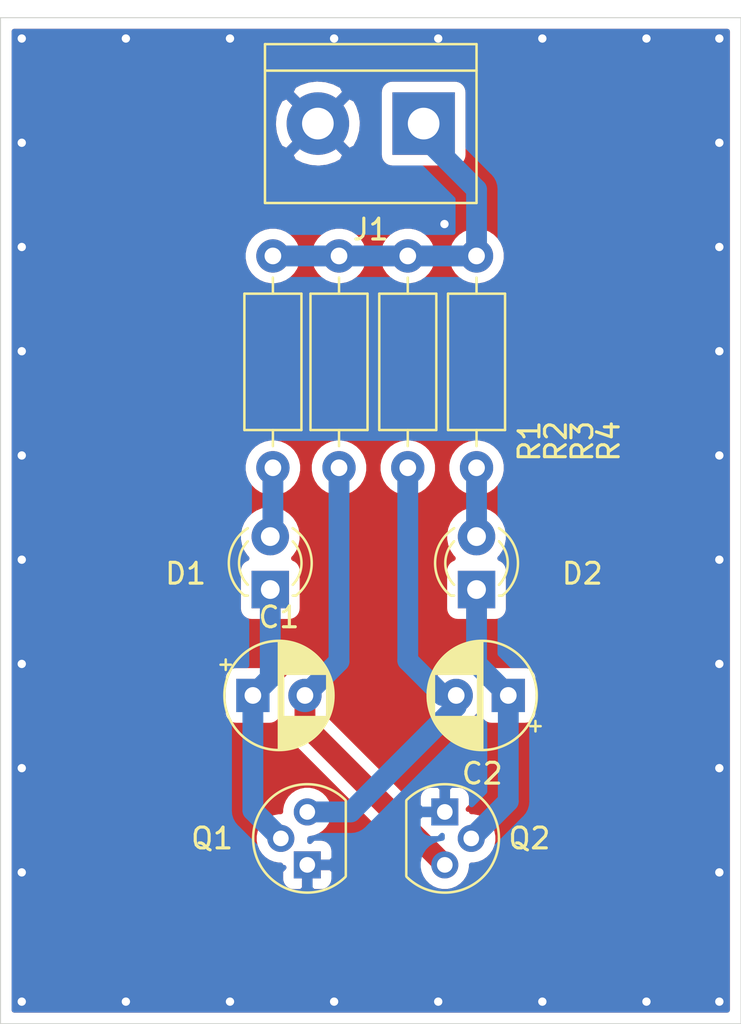
<source format=kicad_pcb>
(kicad_pcb (version 20171130) (host pcbnew "(5.1.10-1-10_14)")

  (general
    (thickness 1.6)
    (drawings 4)
    (tracks 64)
    (zones 0)
    (modules 11)
    (nets 9)
  )

  (page A4)
  (layers
    (0 F.Cu signal)
    (31 B.Cu signal)
    (32 B.Adhes user)
    (33 F.Adhes user)
    (34 B.Paste user)
    (35 F.Paste user)
    (36 B.SilkS user)
    (37 F.SilkS user)
    (38 B.Mask user)
    (39 F.Mask user)
    (40 Dwgs.User user)
    (41 Cmts.User user)
    (42 Eco1.User user)
    (43 Eco2.User user)
    (44 Edge.Cuts user)
    (45 Margin user)
    (46 B.CrtYd user)
    (47 F.CrtYd user)
    (48 B.Fab user)
    (49 F.Fab user)
  )

  (setup
    (last_trace_width 0.25)
    (user_trace_width 0.5)
    (user_trace_width 1)
    (trace_clearance 0.2)
    (zone_clearance 0.508)
    (zone_45_only no)
    (trace_min 0.2)
    (via_size 0.8)
    (via_drill 0.4)
    (via_min_size 0.4)
    (via_min_drill 0.3)
    (uvia_size 0.3)
    (uvia_drill 0.1)
    (uvias_allowed no)
    (uvia_min_size 0.2)
    (uvia_min_drill 0.1)
    (edge_width 0.05)
    (segment_width 0.2)
    (pcb_text_width 0.3)
    (pcb_text_size 1.5 1.5)
    (mod_edge_width 0.12)
    (mod_text_size 1 1)
    (mod_text_width 0.15)
    (pad_size 1.524 1.524)
    (pad_drill 0.762)
    (pad_to_mask_clearance 0)
    (aux_axis_origin 0 0)
    (visible_elements FFFFFF7F)
    (pcbplotparams
      (layerselection 0x010fc_ffffffff)
      (usegerberextensions false)
      (usegerberattributes true)
      (usegerberadvancedattributes true)
      (creategerberjobfile true)
      (excludeedgelayer true)
      (linewidth 0.100000)
      (plotframeref false)
      (viasonmask false)
      (mode 1)
      (useauxorigin false)
      (hpglpennumber 1)
      (hpglpenspeed 20)
      (hpglpendiameter 15.000000)
      (psnegative false)
      (psa4output false)
      (plotreference true)
      (plotvalue true)
      (plotinvisibletext false)
      (padsonsilk false)
      (subtractmaskfromsilk false)
      (outputformat 1)
      (mirror false)
      (drillshape 1)
      (scaleselection 1)
      (outputdirectory ""))
  )

  (net 0 "")
  (net 1 "Net-(C1-Pad2)")
  (net 2 "Net-(C1-Pad1)")
  (net 3 "Net-(C2-Pad2)")
  (net 4 "Net-(C2-Pad1)")
  (net 5 GND)
  (net 6 VCC)
  (net 7 "Net-(D1-Pad2)")
  (net 8 "Net-(D2-Pad2)")

  (net_class Default "This is the default net class."
    (clearance 0.2)
    (trace_width 0.25)
    (via_dia 0.8)
    (via_drill 0.4)
    (uvia_dia 0.3)
    (uvia_drill 0.1)
    (add_net GND)
    (add_net "Net-(C1-Pad1)")
    (add_net "Net-(C1-Pad2)")
    (add_net "Net-(C2-Pad1)")
    (add_net "Net-(C2-Pad2)")
    (add_net "Net-(D1-Pad2)")
    (add_net "Net-(D2-Pad2)")
    (add_net VCC)
  )

  (module Capacitor_THT:CP_Radial_D5.0mm_P2.50mm (layer F.Cu) (tedit 5AE50EF0) (tstamp 6113333C)
    (at 131.5 108.712)
    (descr "CP, Radial series, Radial, pin pitch=2.50mm, , diameter=5mm, Electrolytic Capacitor")
    (tags "CP Radial series Radial pin pitch 2.50mm  diameter 5mm Electrolytic Capacitor")
    (path /60C7B8F1)
    (fp_text reference C1 (at 1.25 -3.75) (layer F.SilkS)
      (effects (font (size 1 1) (thickness 0.15)))
    )
    (fp_text value 100uF (at 1.25 3.75) (layer F.Fab)
      (effects (font (size 1 1) (thickness 0.15)))
    )
    (fp_line (start -1.304775 -1.725) (end -1.304775 -1.225) (layer F.SilkS) (width 0.12))
    (fp_line (start -1.554775 -1.475) (end -1.054775 -1.475) (layer F.SilkS) (width 0.12))
    (fp_line (start 3.851 -0.284) (end 3.851 0.284) (layer F.SilkS) (width 0.12))
    (fp_line (start 3.811 -0.518) (end 3.811 0.518) (layer F.SilkS) (width 0.12))
    (fp_line (start 3.771 -0.677) (end 3.771 0.677) (layer F.SilkS) (width 0.12))
    (fp_line (start 3.731 -0.805) (end 3.731 0.805) (layer F.SilkS) (width 0.12))
    (fp_line (start 3.691 -0.915) (end 3.691 0.915) (layer F.SilkS) (width 0.12))
    (fp_line (start 3.651 -1.011) (end 3.651 1.011) (layer F.SilkS) (width 0.12))
    (fp_line (start 3.611 -1.098) (end 3.611 1.098) (layer F.SilkS) (width 0.12))
    (fp_line (start 3.571 -1.178) (end 3.571 1.178) (layer F.SilkS) (width 0.12))
    (fp_line (start 3.531 1.04) (end 3.531 1.251) (layer F.SilkS) (width 0.12))
    (fp_line (start 3.531 -1.251) (end 3.531 -1.04) (layer F.SilkS) (width 0.12))
    (fp_line (start 3.491 1.04) (end 3.491 1.319) (layer F.SilkS) (width 0.12))
    (fp_line (start 3.491 -1.319) (end 3.491 -1.04) (layer F.SilkS) (width 0.12))
    (fp_line (start 3.451 1.04) (end 3.451 1.383) (layer F.SilkS) (width 0.12))
    (fp_line (start 3.451 -1.383) (end 3.451 -1.04) (layer F.SilkS) (width 0.12))
    (fp_line (start 3.411 1.04) (end 3.411 1.443) (layer F.SilkS) (width 0.12))
    (fp_line (start 3.411 -1.443) (end 3.411 -1.04) (layer F.SilkS) (width 0.12))
    (fp_line (start 3.371 1.04) (end 3.371 1.5) (layer F.SilkS) (width 0.12))
    (fp_line (start 3.371 -1.5) (end 3.371 -1.04) (layer F.SilkS) (width 0.12))
    (fp_line (start 3.331 1.04) (end 3.331 1.554) (layer F.SilkS) (width 0.12))
    (fp_line (start 3.331 -1.554) (end 3.331 -1.04) (layer F.SilkS) (width 0.12))
    (fp_line (start 3.291 1.04) (end 3.291 1.605) (layer F.SilkS) (width 0.12))
    (fp_line (start 3.291 -1.605) (end 3.291 -1.04) (layer F.SilkS) (width 0.12))
    (fp_line (start 3.251 1.04) (end 3.251 1.653) (layer F.SilkS) (width 0.12))
    (fp_line (start 3.251 -1.653) (end 3.251 -1.04) (layer F.SilkS) (width 0.12))
    (fp_line (start 3.211 1.04) (end 3.211 1.699) (layer F.SilkS) (width 0.12))
    (fp_line (start 3.211 -1.699) (end 3.211 -1.04) (layer F.SilkS) (width 0.12))
    (fp_line (start 3.171 1.04) (end 3.171 1.743) (layer F.SilkS) (width 0.12))
    (fp_line (start 3.171 -1.743) (end 3.171 -1.04) (layer F.SilkS) (width 0.12))
    (fp_line (start 3.131 1.04) (end 3.131 1.785) (layer F.SilkS) (width 0.12))
    (fp_line (start 3.131 -1.785) (end 3.131 -1.04) (layer F.SilkS) (width 0.12))
    (fp_line (start 3.091 1.04) (end 3.091 1.826) (layer F.SilkS) (width 0.12))
    (fp_line (start 3.091 -1.826) (end 3.091 -1.04) (layer F.SilkS) (width 0.12))
    (fp_line (start 3.051 1.04) (end 3.051 1.864) (layer F.SilkS) (width 0.12))
    (fp_line (start 3.051 -1.864) (end 3.051 -1.04) (layer F.SilkS) (width 0.12))
    (fp_line (start 3.011 1.04) (end 3.011 1.901) (layer F.SilkS) (width 0.12))
    (fp_line (start 3.011 -1.901) (end 3.011 -1.04) (layer F.SilkS) (width 0.12))
    (fp_line (start 2.971 1.04) (end 2.971 1.937) (layer F.SilkS) (width 0.12))
    (fp_line (start 2.971 -1.937) (end 2.971 -1.04) (layer F.SilkS) (width 0.12))
    (fp_line (start 2.931 1.04) (end 2.931 1.971) (layer F.SilkS) (width 0.12))
    (fp_line (start 2.931 -1.971) (end 2.931 -1.04) (layer F.SilkS) (width 0.12))
    (fp_line (start 2.891 1.04) (end 2.891 2.004) (layer F.SilkS) (width 0.12))
    (fp_line (start 2.891 -2.004) (end 2.891 -1.04) (layer F.SilkS) (width 0.12))
    (fp_line (start 2.851 1.04) (end 2.851 2.035) (layer F.SilkS) (width 0.12))
    (fp_line (start 2.851 -2.035) (end 2.851 -1.04) (layer F.SilkS) (width 0.12))
    (fp_line (start 2.811 1.04) (end 2.811 2.065) (layer F.SilkS) (width 0.12))
    (fp_line (start 2.811 -2.065) (end 2.811 -1.04) (layer F.SilkS) (width 0.12))
    (fp_line (start 2.771 1.04) (end 2.771 2.095) (layer F.SilkS) (width 0.12))
    (fp_line (start 2.771 -2.095) (end 2.771 -1.04) (layer F.SilkS) (width 0.12))
    (fp_line (start 2.731 1.04) (end 2.731 2.122) (layer F.SilkS) (width 0.12))
    (fp_line (start 2.731 -2.122) (end 2.731 -1.04) (layer F.SilkS) (width 0.12))
    (fp_line (start 2.691 1.04) (end 2.691 2.149) (layer F.SilkS) (width 0.12))
    (fp_line (start 2.691 -2.149) (end 2.691 -1.04) (layer F.SilkS) (width 0.12))
    (fp_line (start 2.651 1.04) (end 2.651 2.175) (layer F.SilkS) (width 0.12))
    (fp_line (start 2.651 -2.175) (end 2.651 -1.04) (layer F.SilkS) (width 0.12))
    (fp_line (start 2.611 1.04) (end 2.611 2.2) (layer F.SilkS) (width 0.12))
    (fp_line (start 2.611 -2.2) (end 2.611 -1.04) (layer F.SilkS) (width 0.12))
    (fp_line (start 2.571 1.04) (end 2.571 2.224) (layer F.SilkS) (width 0.12))
    (fp_line (start 2.571 -2.224) (end 2.571 -1.04) (layer F.SilkS) (width 0.12))
    (fp_line (start 2.531 1.04) (end 2.531 2.247) (layer F.SilkS) (width 0.12))
    (fp_line (start 2.531 -2.247) (end 2.531 -1.04) (layer F.SilkS) (width 0.12))
    (fp_line (start 2.491 1.04) (end 2.491 2.268) (layer F.SilkS) (width 0.12))
    (fp_line (start 2.491 -2.268) (end 2.491 -1.04) (layer F.SilkS) (width 0.12))
    (fp_line (start 2.451 1.04) (end 2.451 2.29) (layer F.SilkS) (width 0.12))
    (fp_line (start 2.451 -2.29) (end 2.451 -1.04) (layer F.SilkS) (width 0.12))
    (fp_line (start 2.411 1.04) (end 2.411 2.31) (layer F.SilkS) (width 0.12))
    (fp_line (start 2.411 -2.31) (end 2.411 -1.04) (layer F.SilkS) (width 0.12))
    (fp_line (start 2.371 1.04) (end 2.371 2.329) (layer F.SilkS) (width 0.12))
    (fp_line (start 2.371 -2.329) (end 2.371 -1.04) (layer F.SilkS) (width 0.12))
    (fp_line (start 2.331 1.04) (end 2.331 2.348) (layer F.SilkS) (width 0.12))
    (fp_line (start 2.331 -2.348) (end 2.331 -1.04) (layer F.SilkS) (width 0.12))
    (fp_line (start 2.291 1.04) (end 2.291 2.365) (layer F.SilkS) (width 0.12))
    (fp_line (start 2.291 -2.365) (end 2.291 -1.04) (layer F.SilkS) (width 0.12))
    (fp_line (start 2.251 1.04) (end 2.251 2.382) (layer F.SilkS) (width 0.12))
    (fp_line (start 2.251 -2.382) (end 2.251 -1.04) (layer F.SilkS) (width 0.12))
    (fp_line (start 2.211 1.04) (end 2.211 2.398) (layer F.SilkS) (width 0.12))
    (fp_line (start 2.211 -2.398) (end 2.211 -1.04) (layer F.SilkS) (width 0.12))
    (fp_line (start 2.171 1.04) (end 2.171 2.414) (layer F.SilkS) (width 0.12))
    (fp_line (start 2.171 -2.414) (end 2.171 -1.04) (layer F.SilkS) (width 0.12))
    (fp_line (start 2.131 1.04) (end 2.131 2.428) (layer F.SilkS) (width 0.12))
    (fp_line (start 2.131 -2.428) (end 2.131 -1.04) (layer F.SilkS) (width 0.12))
    (fp_line (start 2.091 1.04) (end 2.091 2.442) (layer F.SilkS) (width 0.12))
    (fp_line (start 2.091 -2.442) (end 2.091 -1.04) (layer F.SilkS) (width 0.12))
    (fp_line (start 2.051 1.04) (end 2.051 2.455) (layer F.SilkS) (width 0.12))
    (fp_line (start 2.051 -2.455) (end 2.051 -1.04) (layer F.SilkS) (width 0.12))
    (fp_line (start 2.011 1.04) (end 2.011 2.468) (layer F.SilkS) (width 0.12))
    (fp_line (start 2.011 -2.468) (end 2.011 -1.04) (layer F.SilkS) (width 0.12))
    (fp_line (start 1.971 1.04) (end 1.971 2.48) (layer F.SilkS) (width 0.12))
    (fp_line (start 1.971 -2.48) (end 1.971 -1.04) (layer F.SilkS) (width 0.12))
    (fp_line (start 1.93 1.04) (end 1.93 2.491) (layer F.SilkS) (width 0.12))
    (fp_line (start 1.93 -2.491) (end 1.93 -1.04) (layer F.SilkS) (width 0.12))
    (fp_line (start 1.89 1.04) (end 1.89 2.501) (layer F.SilkS) (width 0.12))
    (fp_line (start 1.89 -2.501) (end 1.89 -1.04) (layer F.SilkS) (width 0.12))
    (fp_line (start 1.85 1.04) (end 1.85 2.511) (layer F.SilkS) (width 0.12))
    (fp_line (start 1.85 -2.511) (end 1.85 -1.04) (layer F.SilkS) (width 0.12))
    (fp_line (start 1.81 1.04) (end 1.81 2.52) (layer F.SilkS) (width 0.12))
    (fp_line (start 1.81 -2.52) (end 1.81 -1.04) (layer F.SilkS) (width 0.12))
    (fp_line (start 1.77 1.04) (end 1.77 2.528) (layer F.SilkS) (width 0.12))
    (fp_line (start 1.77 -2.528) (end 1.77 -1.04) (layer F.SilkS) (width 0.12))
    (fp_line (start 1.73 1.04) (end 1.73 2.536) (layer F.SilkS) (width 0.12))
    (fp_line (start 1.73 -2.536) (end 1.73 -1.04) (layer F.SilkS) (width 0.12))
    (fp_line (start 1.69 1.04) (end 1.69 2.543) (layer F.SilkS) (width 0.12))
    (fp_line (start 1.69 -2.543) (end 1.69 -1.04) (layer F.SilkS) (width 0.12))
    (fp_line (start 1.65 1.04) (end 1.65 2.55) (layer F.SilkS) (width 0.12))
    (fp_line (start 1.65 -2.55) (end 1.65 -1.04) (layer F.SilkS) (width 0.12))
    (fp_line (start 1.61 1.04) (end 1.61 2.556) (layer F.SilkS) (width 0.12))
    (fp_line (start 1.61 -2.556) (end 1.61 -1.04) (layer F.SilkS) (width 0.12))
    (fp_line (start 1.57 1.04) (end 1.57 2.561) (layer F.SilkS) (width 0.12))
    (fp_line (start 1.57 -2.561) (end 1.57 -1.04) (layer F.SilkS) (width 0.12))
    (fp_line (start 1.53 1.04) (end 1.53 2.565) (layer F.SilkS) (width 0.12))
    (fp_line (start 1.53 -2.565) (end 1.53 -1.04) (layer F.SilkS) (width 0.12))
    (fp_line (start 1.49 1.04) (end 1.49 2.569) (layer F.SilkS) (width 0.12))
    (fp_line (start 1.49 -2.569) (end 1.49 -1.04) (layer F.SilkS) (width 0.12))
    (fp_line (start 1.45 -2.573) (end 1.45 2.573) (layer F.SilkS) (width 0.12))
    (fp_line (start 1.41 -2.576) (end 1.41 2.576) (layer F.SilkS) (width 0.12))
    (fp_line (start 1.37 -2.578) (end 1.37 2.578) (layer F.SilkS) (width 0.12))
    (fp_line (start 1.33 -2.579) (end 1.33 2.579) (layer F.SilkS) (width 0.12))
    (fp_line (start 1.29 -2.58) (end 1.29 2.58) (layer F.SilkS) (width 0.12))
    (fp_line (start 1.25 -2.58) (end 1.25 2.58) (layer F.SilkS) (width 0.12))
    (fp_line (start -0.633605 -1.3375) (end -0.633605 -0.8375) (layer F.Fab) (width 0.1))
    (fp_line (start -0.883605 -1.0875) (end -0.383605 -1.0875) (layer F.Fab) (width 0.1))
    (fp_circle (center 1.25 0) (end 4 0) (layer F.CrtYd) (width 0.05))
    (fp_circle (center 1.25 0) (end 3.87 0) (layer F.SilkS) (width 0.12))
    (fp_circle (center 1.25 0) (end 3.75 0) (layer F.Fab) (width 0.1))
    (fp_text user %R (at 1.25 0) (layer F.Fab)
      (effects (font (size 1 1) (thickness 0.15)))
    )
    (pad 2 thru_hole circle (at 2.5 0) (size 1.6 1.6) (drill 0.8) (layers *.Cu *.Mask)
      (net 1 "Net-(C1-Pad2)"))
    (pad 1 thru_hole rect (at 0 0) (size 1.6 1.6) (drill 0.8) (layers *.Cu *.Mask)
      (net 2 "Net-(C1-Pad1)"))
    (model ${KISYS3DMOD}/Capacitor_THT.3dshapes/CP_Radial_D5.0mm_P2.50mm.wrl
      (at (xyz 0 0 0))
      (scale (xyz 1 1 1))
      (rotate (xyz 0 0 0))
    )
  )

  (module Capacitor_THT:CP_Radial_D5.0mm_P2.50mm (layer F.Cu) (tedit 5AE50EF0) (tstamp 60D82FA1)
    (at 143.764 108.712 180)
    (descr "CP, Radial series, Radial, pin pitch=2.50mm, , diameter=5mm, Electrolytic Capacitor")
    (tags "CP Radial series Radial pin pitch 2.50mm  diameter 5mm Electrolytic Capacitor")
    (path /60C7C5E2)
    (fp_text reference C2 (at 1.25 -3.75) (layer F.SilkS)
      (effects (font (size 1 1) (thickness 0.15)))
    )
    (fp_text value 100uF (at 1.25 3.75) (layer F.Fab)
      (effects (font (size 1 1) (thickness 0.15)))
    )
    (fp_line (start -1.304775 -1.725) (end -1.304775 -1.225) (layer F.SilkS) (width 0.12))
    (fp_line (start -1.554775 -1.475) (end -1.054775 -1.475) (layer F.SilkS) (width 0.12))
    (fp_line (start 3.851 -0.284) (end 3.851 0.284) (layer F.SilkS) (width 0.12))
    (fp_line (start 3.811 -0.518) (end 3.811 0.518) (layer F.SilkS) (width 0.12))
    (fp_line (start 3.771 -0.677) (end 3.771 0.677) (layer F.SilkS) (width 0.12))
    (fp_line (start 3.731 -0.805) (end 3.731 0.805) (layer F.SilkS) (width 0.12))
    (fp_line (start 3.691 -0.915) (end 3.691 0.915) (layer F.SilkS) (width 0.12))
    (fp_line (start 3.651 -1.011) (end 3.651 1.011) (layer F.SilkS) (width 0.12))
    (fp_line (start 3.611 -1.098) (end 3.611 1.098) (layer F.SilkS) (width 0.12))
    (fp_line (start 3.571 -1.178) (end 3.571 1.178) (layer F.SilkS) (width 0.12))
    (fp_line (start 3.531 1.04) (end 3.531 1.251) (layer F.SilkS) (width 0.12))
    (fp_line (start 3.531 -1.251) (end 3.531 -1.04) (layer F.SilkS) (width 0.12))
    (fp_line (start 3.491 1.04) (end 3.491 1.319) (layer F.SilkS) (width 0.12))
    (fp_line (start 3.491 -1.319) (end 3.491 -1.04) (layer F.SilkS) (width 0.12))
    (fp_line (start 3.451 1.04) (end 3.451 1.383) (layer F.SilkS) (width 0.12))
    (fp_line (start 3.451 -1.383) (end 3.451 -1.04) (layer F.SilkS) (width 0.12))
    (fp_line (start 3.411 1.04) (end 3.411 1.443) (layer F.SilkS) (width 0.12))
    (fp_line (start 3.411 -1.443) (end 3.411 -1.04) (layer F.SilkS) (width 0.12))
    (fp_line (start 3.371 1.04) (end 3.371 1.5) (layer F.SilkS) (width 0.12))
    (fp_line (start 3.371 -1.5) (end 3.371 -1.04) (layer F.SilkS) (width 0.12))
    (fp_line (start 3.331 1.04) (end 3.331 1.554) (layer F.SilkS) (width 0.12))
    (fp_line (start 3.331 -1.554) (end 3.331 -1.04) (layer F.SilkS) (width 0.12))
    (fp_line (start 3.291 1.04) (end 3.291 1.605) (layer F.SilkS) (width 0.12))
    (fp_line (start 3.291 -1.605) (end 3.291 -1.04) (layer F.SilkS) (width 0.12))
    (fp_line (start 3.251 1.04) (end 3.251 1.653) (layer F.SilkS) (width 0.12))
    (fp_line (start 3.251 -1.653) (end 3.251 -1.04) (layer F.SilkS) (width 0.12))
    (fp_line (start 3.211 1.04) (end 3.211 1.699) (layer F.SilkS) (width 0.12))
    (fp_line (start 3.211 -1.699) (end 3.211 -1.04) (layer F.SilkS) (width 0.12))
    (fp_line (start 3.171 1.04) (end 3.171 1.743) (layer F.SilkS) (width 0.12))
    (fp_line (start 3.171 -1.743) (end 3.171 -1.04) (layer F.SilkS) (width 0.12))
    (fp_line (start 3.131 1.04) (end 3.131 1.785) (layer F.SilkS) (width 0.12))
    (fp_line (start 3.131 -1.785) (end 3.131 -1.04) (layer F.SilkS) (width 0.12))
    (fp_line (start 3.091 1.04) (end 3.091 1.826) (layer F.SilkS) (width 0.12))
    (fp_line (start 3.091 -1.826) (end 3.091 -1.04) (layer F.SilkS) (width 0.12))
    (fp_line (start 3.051 1.04) (end 3.051 1.864) (layer F.SilkS) (width 0.12))
    (fp_line (start 3.051 -1.864) (end 3.051 -1.04) (layer F.SilkS) (width 0.12))
    (fp_line (start 3.011 1.04) (end 3.011 1.901) (layer F.SilkS) (width 0.12))
    (fp_line (start 3.011 -1.901) (end 3.011 -1.04) (layer F.SilkS) (width 0.12))
    (fp_line (start 2.971 1.04) (end 2.971 1.937) (layer F.SilkS) (width 0.12))
    (fp_line (start 2.971 -1.937) (end 2.971 -1.04) (layer F.SilkS) (width 0.12))
    (fp_line (start 2.931 1.04) (end 2.931 1.971) (layer F.SilkS) (width 0.12))
    (fp_line (start 2.931 -1.971) (end 2.931 -1.04) (layer F.SilkS) (width 0.12))
    (fp_line (start 2.891 1.04) (end 2.891 2.004) (layer F.SilkS) (width 0.12))
    (fp_line (start 2.891 -2.004) (end 2.891 -1.04) (layer F.SilkS) (width 0.12))
    (fp_line (start 2.851 1.04) (end 2.851 2.035) (layer F.SilkS) (width 0.12))
    (fp_line (start 2.851 -2.035) (end 2.851 -1.04) (layer F.SilkS) (width 0.12))
    (fp_line (start 2.811 1.04) (end 2.811 2.065) (layer F.SilkS) (width 0.12))
    (fp_line (start 2.811 -2.065) (end 2.811 -1.04) (layer F.SilkS) (width 0.12))
    (fp_line (start 2.771 1.04) (end 2.771 2.095) (layer F.SilkS) (width 0.12))
    (fp_line (start 2.771 -2.095) (end 2.771 -1.04) (layer F.SilkS) (width 0.12))
    (fp_line (start 2.731 1.04) (end 2.731 2.122) (layer F.SilkS) (width 0.12))
    (fp_line (start 2.731 -2.122) (end 2.731 -1.04) (layer F.SilkS) (width 0.12))
    (fp_line (start 2.691 1.04) (end 2.691 2.149) (layer F.SilkS) (width 0.12))
    (fp_line (start 2.691 -2.149) (end 2.691 -1.04) (layer F.SilkS) (width 0.12))
    (fp_line (start 2.651 1.04) (end 2.651 2.175) (layer F.SilkS) (width 0.12))
    (fp_line (start 2.651 -2.175) (end 2.651 -1.04) (layer F.SilkS) (width 0.12))
    (fp_line (start 2.611 1.04) (end 2.611 2.2) (layer F.SilkS) (width 0.12))
    (fp_line (start 2.611 -2.2) (end 2.611 -1.04) (layer F.SilkS) (width 0.12))
    (fp_line (start 2.571 1.04) (end 2.571 2.224) (layer F.SilkS) (width 0.12))
    (fp_line (start 2.571 -2.224) (end 2.571 -1.04) (layer F.SilkS) (width 0.12))
    (fp_line (start 2.531 1.04) (end 2.531 2.247) (layer F.SilkS) (width 0.12))
    (fp_line (start 2.531 -2.247) (end 2.531 -1.04) (layer F.SilkS) (width 0.12))
    (fp_line (start 2.491 1.04) (end 2.491 2.268) (layer F.SilkS) (width 0.12))
    (fp_line (start 2.491 -2.268) (end 2.491 -1.04) (layer F.SilkS) (width 0.12))
    (fp_line (start 2.451 1.04) (end 2.451 2.29) (layer F.SilkS) (width 0.12))
    (fp_line (start 2.451 -2.29) (end 2.451 -1.04) (layer F.SilkS) (width 0.12))
    (fp_line (start 2.411 1.04) (end 2.411 2.31) (layer F.SilkS) (width 0.12))
    (fp_line (start 2.411 -2.31) (end 2.411 -1.04) (layer F.SilkS) (width 0.12))
    (fp_line (start 2.371 1.04) (end 2.371 2.329) (layer F.SilkS) (width 0.12))
    (fp_line (start 2.371 -2.329) (end 2.371 -1.04) (layer F.SilkS) (width 0.12))
    (fp_line (start 2.331 1.04) (end 2.331 2.348) (layer F.SilkS) (width 0.12))
    (fp_line (start 2.331 -2.348) (end 2.331 -1.04) (layer F.SilkS) (width 0.12))
    (fp_line (start 2.291 1.04) (end 2.291 2.365) (layer F.SilkS) (width 0.12))
    (fp_line (start 2.291 -2.365) (end 2.291 -1.04) (layer F.SilkS) (width 0.12))
    (fp_line (start 2.251 1.04) (end 2.251 2.382) (layer F.SilkS) (width 0.12))
    (fp_line (start 2.251 -2.382) (end 2.251 -1.04) (layer F.SilkS) (width 0.12))
    (fp_line (start 2.211 1.04) (end 2.211 2.398) (layer F.SilkS) (width 0.12))
    (fp_line (start 2.211 -2.398) (end 2.211 -1.04) (layer F.SilkS) (width 0.12))
    (fp_line (start 2.171 1.04) (end 2.171 2.414) (layer F.SilkS) (width 0.12))
    (fp_line (start 2.171 -2.414) (end 2.171 -1.04) (layer F.SilkS) (width 0.12))
    (fp_line (start 2.131 1.04) (end 2.131 2.428) (layer F.SilkS) (width 0.12))
    (fp_line (start 2.131 -2.428) (end 2.131 -1.04) (layer F.SilkS) (width 0.12))
    (fp_line (start 2.091 1.04) (end 2.091 2.442) (layer F.SilkS) (width 0.12))
    (fp_line (start 2.091 -2.442) (end 2.091 -1.04) (layer F.SilkS) (width 0.12))
    (fp_line (start 2.051 1.04) (end 2.051 2.455) (layer F.SilkS) (width 0.12))
    (fp_line (start 2.051 -2.455) (end 2.051 -1.04) (layer F.SilkS) (width 0.12))
    (fp_line (start 2.011 1.04) (end 2.011 2.468) (layer F.SilkS) (width 0.12))
    (fp_line (start 2.011 -2.468) (end 2.011 -1.04) (layer F.SilkS) (width 0.12))
    (fp_line (start 1.971 1.04) (end 1.971 2.48) (layer F.SilkS) (width 0.12))
    (fp_line (start 1.971 -2.48) (end 1.971 -1.04) (layer F.SilkS) (width 0.12))
    (fp_line (start 1.93 1.04) (end 1.93 2.491) (layer F.SilkS) (width 0.12))
    (fp_line (start 1.93 -2.491) (end 1.93 -1.04) (layer F.SilkS) (width 0.12))
    (fp_line (start 1.89 1.04) (end 1.89 2.501) (layer F.SilkS) (width 0.12))
    (fp_line (start 1.89 -2.501) (end 1.89 -1.04) (layer F.SilkS) (width 0.12))
    (fp_line (start 1.85 1.04) (end 1.85 2.511) (layer F.SilkS) (width 0.12))
    (fp_line (start 1.85 -2.511) (end 1.85 -1.04) (layer F.SilkS) (width 0.12))
    (fp_line (start 1.81 1.04) (end 1.81 2.52) (layer F.SilkS) (width 0.12))
    (fp_line (start 1.81 -2.52) (end 1.81 -1.04) (layer F.SilkS) (width 0.12))
    (fp_line (start 1.77 1.04) (end 1.77 2.528) (layer F.SilkS) (width 0.12))
    (fp_line (start 1.77 -2.528) (end 1.77 -1.04) (layer F.SilkS) (width 0.12))
    (fp_line (start 1.73 1.04) (end 1.73 2.536) (layer F.SilkS) (width 0.12))
    (fp_line (start 1.73 -2.536) (end 1.73 -1.04) (layer F.SilkS) (width 0.12))
    (fp_line (start 1.69 1.04) (end 1.69 2.543) (layer F.SilkS) (width 0.12))
    (fp_line (start 1.69 -2.543) (end 1.69 -1.04) (layer F.SilkS) (width 0.12))
    (fp_line (start 1.65 1.04) (end 1.65 2.55) (layer F.SilkS) (width 0.12))
    (fp_line (start 1.65 -2.55) (end 1.65 -1.04) (layer F.SilkS) (width 0.12))
    (fp_line (start 1.61 1.04) (end 1.61 2.556) (layer F.SilkS) (width 0.12))
    (fp_line (start 1.61 -2.556) (end 1.61 -1.04) (layer F.SilkS) (width 0.12))
    (fp_line (start 1.57 1.04) (end 1.57 2.561) (layer F.SilkS) (width 0.12))
    (fp_line (start 1.57 -2.561) (end 1.57 -1.04) (layer F.SilkS) (width 0.12))
    (fp_line (start 1.53 1.04) (end 1.53 2.565) (layer F.SilkS) (width 0.12))
    (fp_line (start 1.53 -2.565) (end 1.53 -1.04) (layer F.SilkS) (width 0.12))
    (fp_line (start 1.49 1.04) (end 1.49 2.569) (layer F.SilkS) (width 0.12))
    (fp_line (start 1.49 -2.569) (end 1.49 -1.04) (layer F.SilkS) (width 0.12))
    (fp_line (start 1.45 -2.573) (end 1.45 2.573) (layer F.SilkS) (width 0.12))
    (fp_line (start 1.41 -2.576) (end 1.41 2.576) (layer F.SilkS) (width 0.12))
    (fp_line (start 1.37 -2.578) (end 1.37 2.578) (layer F.SilkS) (width 0.12))
    (fp_line (start 1.33 -2.579) (end 1.33 2.579) (layer F.SilkS) (width 0.12))
    (fp_line (start 1.29 -2.58) (end 1.29 2.58) (layer F.SilkS) (width 0.12))
    (fp_line (start 1.25 -2.58) (end 1.25 2.58) (layer F.SilkS) (width 0.12))
    (fp_line (start -0.633605 -1.3375) (end -0.633605 -0.8375) (layer F.Fab) (width 0.1))
    (fp_line (start -0.883605 -1.0875) (end -0.383605 -1.0875) (layer F.Fab) (width 0.1))
    (fp_circle (center 1.25 0) (end 4 0) (layer F.CrtYd) (width 0.05))
    (fp_circle (center 1.25 0) (end 3.87 0) (layer F.SilkS) (width 0.12))
    (fp_circle (center 1.25 0) (end 3.75 0) (layer F.Fab) (width 0.1))
    (fp_text user %R (at 1.25 0) (layer F.Fab)
      (effects (font (size 1 1) (thickness 0.15)))
    )
    (pad 2 thru_hole circle (at 2.5 0 180) (size 1.6 1.6) (drill 0.8) (layers *.Cu *.Mask)
      (net 3 "Net-(C2-Pad2)"))
    (pad 1 thru_hole rect (at 0 0 180) (size 1.6 1.6) (drill 0.8) (layers *.Cu *.Mask)
      (net 4 "Net-(C2-Pad1)"))
    (model ${KISYS3DMOD}/Capacitor_THT.3dshapes/CP_Radial_D5.0mm_P2.50mm.wrl
      (at (xyz 0 0 0))
      (scale (xyz 1 1 1))
      (rotate (xyz 0 0 0))
    )
  )

  (module Resistor_THT:R_Axial_DIN0207_L6.3mm_D2.5mm_P10.16mm_Horizontal (layer F.Cu) (tedit 5AE5139B) (tstamp 60D8305C)
    (at 142.24 87.63 270)
    (descr "Resistor, Axial_DIN0207 series, Axial, Horizontal, pin pitch=10.16mm, 0.25W = 1/4W, length*diameter=6.3*2.5mm^2, http://cdn-reichelt.de/documents/datenblatt/B400/1_4W%23YAG.pdf")
    (tags "Resistor Axial_DIN0207 series Axial Horizontal pin pitch 10.16mm 0.25W = 1/4W length 6.3mm diameter 2.5mm")
    (path /60C79415)
    (fp_text reference R4 (at 8.89 -6.35 90) (layer F.SilkS)
      (effects (font (size 1 1) (thickness 0.15)))
    )
    (fp_text value 100 (at 5.08 2.37 90) (layer F.Fab)
      (effects (font (size 1 1) (thickness 0.15)))
    )
    (fp_line (start 11.21 -1.5) (end -1.05 -1.5) (layer F.CrtYd) (width 0.05))
    (fp_line (start 11.21 1.5) (end 11.21 -1.5) (layer F.CrtYd) (width 0.05))
    (fp_line (start -1.05 1.5) (end 11.21 1.5) (layer F.CrtYd) (width 0.05))
    (fp_line (start -1.05 -1.5) (end -1.05 1.5) (layer F.CrtYd) (width 0.05))
    (fp_line (start 9.12 0) (end 8.35 0) (layer F.SilkS) (width 0.12))
    (fp_line (start 1.04 0) (end 1.81 0) (layer F.SilkS) (width 0.12))
    (fp_line (start 8.35 -1.37) (end 1.81 -1.37) (layer F.SilkS) (width 0.12))
    (fp_line (start 8.35 1.37) (end 8.35 -1.37) (layer F.SilkS) (width 0.12))
    (fp_line (start 1.81 1.37) (end 8.35 1.37) (layer F.SilkS) (width 0.12))
    (fp_line (start 1.81 -1.37) (end 1.81 1.37) (layer F.SilkS) (width 0.12))
    (fp_line (start 10.16 0) (end 8.23 0) (layer F.Fab) (width 0.1))
    (fp_line (start 0 0) (end 1.93 0) (layer F.Fab) (width 0.1))
    (fp_line (start 8.23 -1.25) (end 1.93 -1.25) (layer F.Fab) (width 0.1))
    (fp_line (start 8.23 1.25) (end 8.23 -1.25) (layer F.Fab) (width 0.1))
    (fp_line (start 1.93 1.25) (end 8.23 1.25) (layer F.Fab) (width 0.1))
    (fp_line (start 1.93 -1.25) (end 1.93 1.25) (layer F.Fab) (width 0.1))
    (fp_text user %R (at 5.08 0 90) (layer F.Fab)
      (effects (font (size 1 1) (thickness 0.15)))
    )
    (pad 2 thru_hole oval (at 10.16 0 270) (size 1.6 1.6) (drill 0.8) (layers *.Cu *.Mask)
      (net 8 "Net-(D2-Pad2)"))
    (pad 1 thru_hole circle (at 0 0 270) (size 1.6 1.6) (drill 0.8) (layers *.Cu *.Mask)
      (net 6 VCC))
    (model ${KISYS3DMOD}/Resistor_THT.3dshapes/R_Axial_DIN0207_L6.3mm_D2.5mm_P10.16mm_Horizontal.wrl
      (at (xyz 0 0 0))
      (scale (xyz 1 1 1))
      (rotate (xyz 0 0 0))
    )
  )

  (module Resistor_THT:R_Axial_DIN0207_L6.3mm_D2.5mm_P10.16mm_Horizontal (layer F.Cu) (tedit 5AE5139B) (tstamp 60D83045)
    (at 138.938 87.63 270)
    (descr "Resistor, Axial_DIN0207 series, Axial, Horizontal, pin pitch=10.16mm, 0.25W = 1/4W, length*diameter=6.3*2.5mm^2, http://cdn-reichelt.de/documents/datenblatt/B400/1_4W%23YAG.pdf")
    (tags "Resistor Axial_DIN0207 series Axial Horizontal pin pitch 10.16mm 0.25W = 1/4W length 6.3mm diameter 2.5mm")
    (path /60C78DAB)
    (fp_text reference R3 (at 8.89 -8.382 90) (layer F.SilkS)
      (effects (font (size 1 1) (thickness 0.15)))
    )
    (fp_text value 10k (at 5.08 2.37 90) (layer F.Fab)
      (effects (font (size 1 1) (thickness 0.15)))
    )
    (fp_line (start 11.21 -1.5) (end -1.05 -1.5) (layer F.CrtYd) (width 0.05))
    (fp_line (start 11.21 1.5) (end 11.21 -1.5) (layer F.CrtYd) (width 0.05))
    (fp_line (start -1.05 1.5) (end 11.21 1.5) (layer F.CrtYd) (width 0.05))
    (fp_line (start -1.05 -1.5) (end -1.05 1.5) (layer F.CrtYd) (width 0.05))
    (fp_line (start 9.12 0) (end 8.35 0) (layer F.SilkS) (width 0.12))
    (fp_line (start 1.04 0) (end 1.81 0) (layer F.SilkS) (width 0.12))
    (fp_line (start 8.35 -1.37) (end 1.81 -1.37) (layer F.SilkS) (width 0.12))
    (fp_line (start 8.35 1.37) (end 8.35 -1.37) (layer F.SilkS) (width 0.12))
    (fp_line (start 1.81 1.37) (end 8.35 1.37) (layer F.SilkS) (width 0.12))
    (fp_line (start 1.81 -1.37) (end 1.81 1.37) (layer F.SilkS) (width 0.12))
    (fp_line (start 10.16 0) (end 8.23 0) (layer F.Fab) (width 0.1))
    (fp_line (start 0 0) (end 1.93 0) (layer F.Fab) (width 0.1))
    (fp_line (start 8.23 -1.25) (end 1.93 -1.25) (layer F.Fab) (width 0.1))
    (fp_line (start 8.23 1.25) (end 8.23 -1.25) (layer F.Fab) (width 0.1))
    (fp_line (start 1.93 1.25) (end 8.23 1.25) (layer F.Fab) (width 0.1))
    (fp_line (start 1.93 -1.25) (end 1.93 1.25) (layer F.Fab) (width 0.1))
    (fp_text user %R (at 5.08 0 90) (layer F.Fab)
      (effects (font (size 1 1) (thickness 0.15)))
    )
    (pad 2 thru_hole oval (at 10.16 0 270) (size 1.6 1.6) (drill 0.8) (layers *.Cu *.Mask)
      (net 3 "Net-(C2-Pad2)"))
    (pad 1 thru_hole circle (at 0 0 270) (size 1.6 1.6) (drill 0.8) (layers *.Cu *.Mask)
      (net 6 VCC))
    (model ${KISYS3DMOD}/Resistor_THT.3dshapes/R_Axial_DIN0207_L6.3mm_D2.5mm_P10.16mm_Horizontal.wrl
      (at (xyz 0 0 0))
      (scale (xyz 1 1 1))
      (rotate (xyz 0 0 0))
    )
  )

  (module Resistor_THT:R_Axial_DIN0207_L6.3mm_D2.5mm_P10.16mm_Horizontal (layer F.Cu) (tedit 5AE5139B) (tstamp 60D8302E)
    (at 135.636 87.63 270)
    (descr "Resistor, Axial_DIN0207 series, Axial, Horizontal, pin pitch=10.16mm, 0.25W = 1/4W, length*diameter=6.3*2.5mm^2, http://cdn-reichelt.de/documents/datenblatt/B400/1_4W%23YAG.pdf")
    (tags "Resistor Axial_DIN0207 series Axial Horizontal pin pitch 10.16mm 0.25W = 1/4W length 6.3mm diameter 2.5mm")
    (path /60C7894E)
    (fp_text reference R2 (at 8.89 -10.414 90) (layer F.SilkS)
      (effects (font (size 1 1) (thickness 0.15)))
    )
    (fp_text value 10k (at 5.08 2.37 90) (layer F.Fab)
      (effects (font (size 1 1) (thickness 0.15)))
    )
    (fp_line (start 11.21 -1.5) (end -1.05 -1.5) (layer F.CrtYd) (width 0.05))
    (fp_line (start 11.21 1.5) (end 11.21 -1.5) (layer F.CrtYd) (width 0.05))
    (fp_line (start -1.05 1.5) (end 11.21 1.5) (layer F.CrtYd) (width 0.05))
    (fp_line (start -1.05 -1.5) (end -1.05 1.5) (layer F.CrtYd) (width 0.05))
    (fp_line (start 9.12 0) (end 8.35 0) (layer F.SilkS) (width 0.12))
    (fp_line (start 1.04 0) (end 1.81 0) (layer F.SilkS) (width 0.12))
    (fp_line (start 8.35 -1.37) (end 1.81 -1.37) (layer F.SilkS) (width 0.12))
    (fp_line (start 8.35 1.37) (end 8.35 -1.37) (layer F.SilkS) (width 0.12))
    (fp_line (start 1.81 1.37) (end 8.35 1.37) (layer F.SilkS) (width 0.12))
    (fp_line (start 1.81 -1.37) (end 1.81 1.37) (layer F.SilkS) (width 0.12))
    (fp_line (start 10.16 0) (end 8.23 0) (layer F.Fab) (width 0.1))
    (fp_line (start 0 0) (end 1.93 0) (layer F.Fab) (width 0.1))
    (fp_line (start 8.23 -1.25) (end 1.93 -1.25) (layer F.Fab) (width 0.1))
    (fp_line (start 8.23 1.25) (end 8.23 -1.25) (layer F.Fab) (width 0.1))
    (fp_line (start 1.93 1.25) (end 8.23 1.25) (layer F.Fab) (width 0.1))
    (fp_line (start 1.93 -1.25) (end 1.93 1.25) (layer F.Fab) (width 0.1))
    (fp_text user %R (at 5.08 0 90) (layer F.Fab)
      (effects (font (size 1 1) (thickness 0.15)))
    )
    (pad 2 thru_hole oval (at 10.16 0 270) (size 1.6 1.6) (drill 0.8) (layers *.Cu *.Mask)
      (net 1 "Net-(C1-Pad2)"))
    (pad 1 thru_hole circle (at 0 0 270) (size 1.6 1.6) (drill 0.8) (layers *.Cu *.Mask)
      (net 6 VCC))
    (model ${KISYS3DMOD}/Resistor_THT.3dshapes/R_Axial_DIN0207_L6.3mm_D2.5mm_P10.16mm_Horizontal.wrl
      (at (xyz 0 0 0))
      (scale (xyz 1 1 1))
      (rotate (xyz 0 0 0))
    )
  )

  (module Resistor_THT:R_Axial_DIN0207_L6.3mm_D2.5mm_P10.16mm_Horizontal (layer F.Cu) (tedit 5AE5139B) (tstamp 60D83017)
    (at 132.461 87.63 270)
    (descr "Resistor, Axial_DIN0207 series, Axial, Horizontal, pin pitch=10.16mm, 0.25W = 1/4W, length*diameter=6.3*2.5mm^2, http://cdn-reichelt.de/documents/datenblatt/B400/1_4W%23YAG.pdf")
    (tags "Resistor Axial_DIN0207 series Axial Horizontal pin pitch 10.16mm 0.25W = 1/4W length 6.3mm diameter 2.5mm")
    (path /60C77D64)
    (fp_text reference R1 (at 8.89 -12.319 90) (layer F.SilkS)
      (effects (font (size 1 1) (thickness 0.15)))
    )
    (fp_text value 100 (at 5.08 2.37 90) (layer F.Fab)
      (effects (font (size 1 1) (thickness 0.15)))
    )
    (fp_line (start 11.21 -1.5) (end -1.05 -1.5) (layer F.CrtYd) (width 0.05))
    (fp_line (start 11.21 1.5) (end 11.21 -1.5) (layer F.CrtYd) (width 0.05))
    (fp_line (start -1.05 1.5) (end 11.21 1.5) (layer F.CrtYd) (width 0.05))
    (fp_line (start -1.05 -1.5) (end -1.05 1.5) (layer F.CrtYd) (width 0.05))
    (fp_line (start 9.12 0) (end 8.35 0) (layer F.SilkS) (width 0.12))
    (fp_line (start 1.04 0) (end 1.81 0) (layer F.SilkS) (width 0.12))
    (fp_line (start 8.35 -1.37) (end 1.81 -1.37) (layer F.SilkS) (width 0.12))
    (fp_line (start 8.35 1.37) (end 8.35 -1.37) (layer F.SilkS) (width 0.12))
    (fp_line (start 1.81 1.37) (end 8.35 1.37) (layer F.SilkS) (width 0.12))
    (fp_line (start 1.81 -1.37) (end 1.81 1.37) (layer F.SilkS) (width 0.12))
    (fp_line (start 10.16 0) (end 8.23 0) (layer F.Fab) (width 0.1))
    (fp_line (start 0 0) (end 1.93 0) (layer F.Fab) (width 0.1))
    (fp_line (start 8.23 -1.25) (end 1.93 -1.25) (layer F.Fab) (width 0.1))
    (fp_line (start 8.23 1.25) (end 8.23 -1.25) (layer F.Fab) (width 0.1))
    (fp_line (start 1.93 1.25) (end 8.23 1.25) (layer F.Fab) (width 0.1))
    (fp_line (start 1.93 -1.25) (end 1.93 1.25) (layer F.Fab) (width 0.1))
    (fp_text user %R (at 5.08 0 90) (layer F.Fab)
      (effects (font (size 1 1) (thickness 0.15)))
    )
    (pad 2 thru_hole oval (at 10.16 0 270) (size 1.6 1.6) (drill 0.8) (layers *.Cu *.Mask)
      (net 7 "Net-(D1-Pad2)"))
    (pad 1 thru_hole circle (at 0 0 270) (size 1.6 1.6) (drill 0.8) (layers *.Cu *.Mask)
      (net 6 VCC))
    (model ${KISYS3DMOD}/Resistor_THT.3dshapes/R_Axial_DIN0207_L6.3mm_D2.5mm_P10.16mm_Horizontal.wrl
      (at (xyz 0 0 0))
      (scale (xyz 1 1 1))
      (rotate (xyz 0 0 0))
    )
  )

  (module Package_TO_SOT_THT:TO-92 (layer F.Cu) (tedit 5A279852) (tstamp 60D83000)
    (at 140.716 114.3 270)
    (descr "TO-92 leads molded, narrow, drill 0.75mm (see NXP sot054_po.pdf)")
    (tags "to-92 sc-43 sc-43a sot54 PA33 transistor")
    (path /60C7EA71)
    (fp_text reference Q2 (at 1.27 -4.064 180) (layer F.SilkS)
      (effects (font (size 1 1) (thickness 0.15)))
    )
    (fp_text value 2SC1815 (at 1.27 2.79 90) (layer F.Fab)
      (effects (font (size 1 1) (thickness 0.15)))
    )
    (fp_line (start 4 2.01) (end -1.46 2.01) (layer F.CrtYd) (width 0.05))
    (fp_line (start 4 2.01) (end 4 -2.73) (layer F.CrtYd) (width 0.05))
    (fp_line (start -1.46 -2.73) (end -1.46 2.01) (layer F.CrtYd) (width 0.05))
    (fp_line (start -1.46 -2.73) (end 4 -2.73) (layer F.CrtYd) (width 0.05))
    (fp_line (start -0.5 1.75) (end 3 1.75) (layer F.Fab) (width 0.1))
    (fp_line (start -0.53 1.85) (end 3.07 1.85) (layer F.SilkS) (width 0.12))
    (fp_arc (start 1.27 0) (end 1.27 -2.6) (angle 135) (layer F.SilkS) (width 0.12))
    (fp_arc (start 1.27 0) (end 1.27 -2.48) (angle -135) (layer F.Fab) (width 0.1))
    (fp_arc (start 1.27 0) (end 1.27 -2.6) (angle -135) (layer F.SilkS) (width 0.12))
    (fp_arc (start 1.27 0) (end 1.27 -2.48) (angle 135) (layer F.Fab) (width 0.1))
    (fp_text user %R (at 1.27 0 90) (layer F.Fab)
      (effects (font (size 1 1) (thickness 0.15)))
    )
    (pad 1 thru_hole rect (at 0 0 270) (size 1.3 1.3) (drill 0.75) (layers *.Cu *.Mask)
      (net 5 GND))
    (pad 3 thru_hole circle (at 2.54 0 270) (size 1.3 1.3) (drill 0.75) (layers *.Cu *.Mask)
      (net 1 "Net-(C1-Pad2)"))
    (pad 2 thru_hole circle (at 1.27 -1.27 270) (size 1.3 1.3) (drill 0.75) (layers *.Cu *.Mask)
      (net 4 "Net-(C2-Pad1)"))
    (model ${KISYS3DMOD}/Package_TO_SOT_THT.3dshapes/TO-92.wrl
      (at (xyz 0 0 0))
      (scale (xyz 1 1 1))
      (rotate (xyz 0 0 0))
    )
  )

  (module Package_TO_SOT_THT:TO-92 (layer F.Cu) (tedit 5A279852) (tstamp 60D82FEE)
    (at 134.112 116.84 90)
    (descr "TO-92 leads molded, narrow, drill 0.75mm (see NXP sot054_po.pdf)")
    (tags "to-92 sc-43 sc-43a sot54 PA33 transistor")
    (path /60C7D4E9)
    (fp_text reference Q1 (at 1.27 -4.572 180) (layer F.SilkS)
      (effects (font (size 1 1) (thickness 0.15)))
    )
    (fp_text value 2SC1815 (at 1.27 2.79 90) (layer F.Fab)
      (effects (font (size 1 1) (thickness 0.15)))
    )
    (fp_line (start 4 2.01) (end -1.46 2.01) (layer F.CrtYd) (width 0.05))
    (fp_line (start 4 2.01) (end 4 -2.73) (layer F.CrtYd) (width 0.05))
    (fp_line (start -1.46 -2.73) (end -1.46 2.01) (layer F.CrtYd) (width 0.05))
    (fp_line (start -1.46 -2.73) (end 4 -2.73) (layer F.CrtYd) (width 0.05))
    (fp_line (start -0.5 1.75) (end 3 1.75) (layer F.Fab) (width 0.1))
    (fp_line (start -0.53 1.85) (end 3.07 1.85) (layer F.SilkS) (width 0.12))
    (fp_arc (start 1.27 0) (end 1.27 -2.6) (angle 135) (layer F.SilkS) (width 0.12))
    (fp_arc (start 1.27 0) (end 1.27 -2.48) (angle -135) (layer F.Fab) (width 0.1))
    (fp_arc (start 1.27 0) (end 1.27 -2.6) (angle -135) (layer F.SilkS) (width 0.12))
    (fp_arc (start 1.27 0) (end 1.27 -2.48) (angle 135) (layer F.Fab) (width 0.1))
    (fp_text user %R (at 1.27 0 90) (layer F.Fab)
      (effects (font (size 1 1) (thickness 0.15)))
    )
    (pad 1 thru_hole rect (at 0 0 90) (size 1.3 1.3) (drill 0.75) (layers *.Cu *.Mask)
      (net 5 GND))
    (pad 3 thru_hole circle (at 2.54 0 90) (size 1.3 1.3) (drill 0.75) (layers *.Cu *.Mask)
      (net 3 "Net-(C2-Pad2)"))
    (pad 2 thru_hole circle (at 1.27 -1.27 90) (size 1.3 1.3) (drill 0.75) (layers *.Cu *.Mask)
      (net 2 "Net-(C1-Pad1)"))
    (model ${KISYS3DMOD}/Package_TO_SOT_THT.3dshapes/TO-92.wrl
      (at (xyz 0 0 0))
      (scale (xyz 1 1 1))
      (rotate (xyz 0 0 0))
    )
  )

  (module TerminalBlock:TerminalBlock_bornier-2_P5.08mm (layer F.Cu) (tedit 59FF03AB) (tstamp 60D82FDC)
    (at 139.7 81.28 180)
    (descr "simple 2-pin terminal block, pitch 5.08mm, revamped version of bornier2")
    (tags "terminal block bornier2")
    (path /60C83224)
    (fp_text reference J1 (at 2.54 -5.08) (layer F.SilkS)
      (effects (font (size 1 1) (thickness 0.15)))
    )
    (fp_text value Screw_Terminal_01x02 (at 2.54 5.08) (layer F.Fab)
      (effects (font (size 1 1) (thickness 0.15)))
    )
    (fp_line (start 7.79 4) (end -2.71 4) (layer F.CrtYd) (width 0.05))
    (fp_line (start 7.79 4) (end 7.79 -4) (layer F.CrtYd) (width 0.05))
    (fp_line (start -2.71 -4) (end -2.71 4) (layer F.CrtYd) (width 0.05))
    (fp_line (start -2.71 -4) (end 7.79 -4) (layer F.CrtYd) (width 0.05))
    (fp_line (start -2.54 3.81) (end 7.62 3.81) (layer F.SilkS) (width 0.12))
    (fp_line (start -2.54 -3.81) (end -2.54 3.81) (layer F.SilkS) (width 0.12))
    (fp_line (start 7.62 -3.81) (end -2.54 -3.81) (layer F.SilkS) (width 0.12))
    (fp_line (start 7.62 3.81) (end 7.62 -3.81) (layer F.SilkS) (width 0.12))
    (fp_line (start 7.62 2.54) (end -2.54 2.54) (layer F.SilkS) (width 0.12))
    (fp_line (start 7.54 -3.75) (end -2.46 -3.75) (layer F.Fab) (width 0.1))
    (fp_line (start 7.54 3.75) (end 7.54 -3.75) (layer F.Fab) (width 0.1))
    (fp_line (start -2.46 3.75) (end 7.54 3.75) (layer F.Fab) (width 0.1))
    (fp_line (start -2.46 -3.75) (end -2.46 3.75) (layer F.Fab) (width 0.1))
    (fp_line (start -2.41 2.55) (end 7.49 2.55) (layer F.Fab) (width 0.1))
    (fp_text user %R (at 2.54 0) (layer F.Fab)
      (effects (font (size 1 1) (thickness 0.15)))
    )
    (pad 2 thru_hole circle (at 5.08 0 180) (size 3 3) (drill 1.52) (layers *.Cu *.Mask)
      (net 5 GND))
    (pad 1 thru_hole rect (at 0 0 180) (size 3 3) (drill 1.52) (layers *.Cu *.Mask)
      (net 6 VCC))
    (model ${KISYS3DMOD}/TerminalBlock.3dshapes/TerminalBlock_bornier-2_P5.08mm.wrl
      (offset (xyz 2.539999961853027 0 0))
      (scale (xyz 1 1 1))
      (rotate (xyz 0 0 0))
    )
  )

  (module LED_THT:LED_D3.0mm (layer F.Cu) (tedit 587A3A7B) (tstamp 60D82FC7)
    (at 142.24 103.632 90)
    (descr "LED, diameter 3.0mm, 2 pins")
    (tags "LED diameter 3.0mm 2 pins")
    (path /60CAA362)
    (fp_text reference D2 (at 0.762 5.08 180) (layer F.SilkS)
      (effects (font (size 1 1) (thickness 0.15)))
    )
    (fp_text value LED (at 1.27 2.96 90) (layer F.Fab)
      (effects (font (size 1 1) (thickness 0.15)))
    )
    (fp_line (start 3.7 -2.25) (end -1.15 -2.25) (layer F.CrtYd) (width 0.05))
    (fp_line (start 3.7 2.25) (end 3.7 -2.25) (layer F.CrtYd) (width 0.05))
    (fp_line (start -1.15 2.25) (end 3.7 2.25) (layer F.CrtYd) (width 0.05))
    (fp_line (start -1.15 -2.25) (end -1.15 2.25) (layer F.CrtYd) (width 0.05))
    (fp_line (start -0.29 1.08) (end -0.29 1.236) (layer F.SilkS) (width 0.12))
    (fp_line (start -0.29 -1.236) (end -0.29 -1.08) (layer F.SilkS) (width 0.12))
    (fp_line (start -0.23 -1.16619) (end -0.23 1.16619) (layer F.Fab) (width 0.1))
    (fp_circle (center 1.27 0) (end 2.77 0) (layer F.Fab) (width 0.1))
    (fp_arc (start 1.27 0) (end 0.229039 1.08) (angle -87.9) (layer F.SilkS) (width 0.12))
    (fp_arc (start 1.27 0) (end 0.229039 -1.08) (angle 87.9) (layer F.SilkS) (width 0.12))
    (fp_arc (start 1.27 0) (end -0.29 1.235516) (angle -108.8) (layer F.SilkS) (width 0.12))
    (fp_arc (start 1.27 0) (end -0.29 -1.235516) (angle 108.8) (layer F.SilkS) (width 0.12))
    (fp_arc (start 1.27 0) (end -0.23 -1.16619) (angle 284.3) (layer F.Fab) (width 0.1))
    (pad 2 thru_hole circle (at 2.54 0 90) (size 1.8 1.8) (drill 0.9) (layers *.Cu *.Mask)
      (net 8 "Net-(D2-Pad2)"))
    (pad 1 thru_hole rect (at 0 0 90) (size 1.8 1.8) (drill 0.9) (layers *.Cu *.Mask)
      (net 4 "Net-(C2-Pad1)"))
    (model ${KISYS3DMOD}/LED_THT.3dshapes/LED_D3.0mm.wrl
      (at (xyz 0 0 0))
      (scale (xyz 1 1 1))
      (rotate (xyz 0 0 0))
    )
  )

  (module LED_THT:LED_D3.0mm (layer F.Cu) (tedit 587A3A7B) (tstamp 60D82FB4)
    (at 132.334 103.632 90)
    (descr "LED, diameter 3.0mm, 2 pins")
    (tags "LED diameter 3.0mm 2 pins")
    (path /60CA732C)
    (fp_text reference D1 (at 0.762 -4.064 180) (layer F.SilkS)
      (effects (font (size 1 1) (thickness 0.15)))
    )
    (fp_text value LED (at 1.27 2.96 90) (layer F.Fab)
      (effects (font (size 1 1) (thickness 0.15)))
    )
    (fp_line (start 3.7 -2.25) (end -1.15 -2.25) (layer F.CrtYd) (width 0.05))
    (fp_line (start 3.7 2.25) (end 3.7 -2.25) (layer F.CrtYd) (width 0.05))
    (fp_line (start -1.15 2.25) (end 3.7 2.25) (layer F.CrtYd) (width 0.05))
    (fp_line (start -1.15 -2.25) (end -1.15 2.25) (layer F.CrtYd) (width 0.05))
    (fp_line (start -0.29 1.08) (end -0.29 1.236) (layer F.SilkS) (width 0.12))
    (fp_line (start -0.29 -1.236) (end -0.29 -1.08) (layer F.SilkS) (width 0.12))
    (fp_line (start -0.23 -1.16619) (end -0.23 1.16619) (layer F.Fab) (width 0.1))
    (fp_circle (center 1.27 0) (end 2.77 0) (layer F.Fab) (width 0.1))
    (fp_arc (start 1.27 0) (end 0.229039 1.08) (angle -87.9) (layer F.SilkS) (width 0.12))
    (fp_arc (start 1.27 0) (end 0.229039 -1.08) (angle 87.9) (layer F.SilkS) (width 0.12))
    (fp_arc (start 1.27 0) (end -0.29 1.235516) (angle -108.8) (layer F.SilkS) (width 0.12))
    (fp_arc (start 1.27 0) (end -0.29 -1.235516) (angle 108.8) (layer F.SilkS) (width 0.12))
    (fp_arc (start 1.27 0) (end -0.23 -1.16619) (angle 284.3) (layer F.Fab) (width 0.1))
    (pad 2 thru_hole circle (at 2.54 0 90) (size 1.8 1.8) (drill 0.9) (layers *.Cu *.Mask)
      (net 7 "Net-(D1-Pad2)"))
    (pad 1 thru_hole rect (at 0 0 90) (size 1.8 1.8) (drill 0.9) (layers *.Cu *.Mask)
      (net 2 "Net-(C1-Pad1)"))
    (model ${KISYS3DMOD}/LED_THT.3dshapes/LED_D3.0mm.wrl
      (at (xyz 0 0 0))
      (scale (xyz 1 1 1))
      (rotate (xyz 0 0 0))
    )
  )

  (gr_line (start 119.38 124.46) (end 119.38 76.2) (layer Edge.Cuts) (width 0.05) (tstamp 60D8B8D0))
  (gr_line (start 154.94 124.46) (end 119.38 124.46) (layer Edge.Cuts) (width 0.05))
  (gr_line (start 154.94 76.2) (end 154.94 124.46) (layer Edge.Cuts) (width 0.05))
  (gr_line (start 119.38 76.2) (end 154.94 76.2) (layer Edge.Cuts) (width 0.05))

  (segment (start 135.636 97.79) (end 135.636 107.076) (width 1) (layer B.Cu) (net 1))
  (segment (start 135.636 107.076) (end 134 108.712) (width 1) (layer B.Cu) (net 1))
  (segment (start 134 110.124) (end 140.716 116.84) (width 1) (layer F.Cu) (net 1))
  (segment (start 134 108.712) (end 134 110.124) (width 1) (layer F.Cu) (net 1))
  (segment (start 131.5 114.228) (end 132.842 115.57) (width 1) (layer B.Cu) (net 2))
  (segment (start 131.5 108.712) (end 131.5 114.228) (width 1) (layer B.Cu) (net 2))
  (segment (start 132.334 103.632) (end 132.334 107.878) (width 1) (layer B.Cu) (net 2))
  (segment (start 132.334 107.878) (end 131.5 108.712) (width 1) (layer B.Cu) (net 2))
  (segment (start 134.112 114.3) (end 136.2 114.3) (width 1) (layer B.Cu) (net 3))
  (segment (start 141.264 109.236) (end 141.264 108.712) (width 1) (layer B.Cu) (net 3))
  (segment (start 136.2 114.3) (end 141.264 109.236) (width 1) (layer B.Cu) (net 3))
  (segment (start 138.938 107.038) (end 140.612 108.712) (width 1) (layer B.Cu) (net 3))
  (segment (start 140.612 108.712) (end 141.264 108.712) (width 1) (layer B.Cu) (net 3))
  (segment (start 138.938 97.79) (end 138.938 107.038) (width 1) (layer B.Cu) (net 3))
  (segment (start 142.24 103.632) (end 142.24 107.188) (width 1) (layer B.Cu) (net 4))
  (segment (start 142.24 107.188) (end 143.764 108.712) (width 1) (layer B.Cu) (net 4))
  (segment (start 143.764 113.792) (end 141.986 115.57) (width 1) (layer B.Cu) (net 4))
  (segment (start 143.764 108.712) (end 143.764 113.792) (width 1) (layer B.Cu) (net 4))
  (segment (start 134.031999 116.920001) (end 134.112 116.84) (width 1) (layer B.Cu) (net 5))
  (via (at 140.7 86.1) (size 0.8) (drill 0.4) (layers F.Cu B.Cu) (net 5))
  (via (at 130.4 77.2) (size 0.8) (drill 0.4) (layers F.Cu B.Cu) (net 5) (tstamp 61133EB2))
  (via (at 125.4 77.2) (size 0.8) (drill 0.4) (layers F.Cu B.Cu) (net 5) (tstamp 61133EB0))
  (via (at 135.4 77.2) (size 0.8) (drill 0.4) (layers F.Cu B.Cu) (net 5) (tstamp 61133EB4))
  (via (at 140.4 77.2) (size 0.8) (drill 0.4) (layers F.Cu B.Cu) (net 5) (tstamp 61133EB6))
  (via (at 150.4 77.2) (size 0.8) (drill 0.4) (layers F.Cu B.Cu) (net 5) (tstamp 61133EBA))
  (via (at 145.4 77.2) (size 0.8) (drill 0.4) (layers F.Cu B.Cu) (net 5) (tstamp 61133EB8))
  (via (at 153.9 123.4) (size 0.8) (drill 0.4) (layers F.Cu B.Cu) (net 5) (tstamp 61133EED))
  (via (at 153.9 117.2) (size 0.8) (drill 0.4) (layers F.Cu B.Cu) (net 5) (tstamp 61133EEB))
  (via (at 153.9 112.2) (size 0.8) (drill 0.4) (layers F.Cu B.Cu) (net 5) (tstamp 61133EE9))
  (via (at 153.9 77.2) (size 0.8) (drill 0.4) (layers F.Cu B.Cu) (net 5))
  (via (at 153.9 92.2) (size 0.8) (drill 0.4) (layers F.Cu B.Cu) (net 5) (tstamp 61133EE1))
  (via (at 153.9 97.2) (size 0.8) (drill 0.4) (layers F.Cu B.Cu) (net 5) (tstamp 61133EE3))
  (via (at 153.9 87.2) (size 0.8) (drill 0.4) (layers F.Cu B.Cu) (net 5) (tstamp 61133EDF))
  (via (at 153.9 82.2) (size 0.8) (drill 0.4) (layers F.Cu B.Cu) (net 5) (tstamp 61133EDD))
  (via (at 153.9 102.2) (size 0.8) (drill 0.4) (layers F.Cu B.Cu) (net 5) (tstamp 61133EE5))
  (via (at 153.9 107.2) (size 0.8) (drill 0.4) (layers F.Cu B.Cu) (net 5) (tstamp 61133EE7))
  (via (at 150.4 123.4) (size 0.8) (drill 0.4) (layers F.Cu B.Cu) (net 5) (tstamp 61133EFE))
  (via (at 145.4 123.4) (size 0.8) (drill 0.4) (layers F.Cu B.Cu) (net 5) (tstamp 61133EFC))
  (via (at 130.4 123.4) (size 0.8) (drill 0.4) (layers F.Cu B.Cu) (net 5) (tstamp 61133EF6))
  (via (at 140.4 123.4) (size 0.8) (drill 0.4) (layers F.Cu B.Cu) (net 5) (tstamp 61133EFA))
  (via (at 135.4 123.4) (size 0.8) (drill 0.4) (layers F.Cu B.Cu) (net 5) (tstamp 61133EF8))
  (via (at 120.4 123.4) (size 0.8) (drill 0.4) (layers F.Cu B.Cu) (net 5) (tstamp 61133ED5))
  (via (at 125.4 123.4) (size 0.8) (drill 0.4) (layers F.Cu B.Cu) (net 5) (tstamp 61133EF4))
  (via (at 120.4 77.2) (size 0.8) (drill 0.4) (layers F.Cu B.Cu) (net 5))
  (via (at 120.4 92.2) (size 0.8) (drill 0.4) (layers F.Cu B.Cu) (net 5) (tstamp 61133EC9))
  (via (at 120.4 112.2) (size 0.8) (drill 0.4) (layers F.Cu B.Cu) (net 5) (tstamp 61133ED1))
  (via (at 120.4 117.2) (size 0.8) (drill 0.4) (layers F.Cu B.Cu) (net 5) (tstamp 61133ED3))
  (via (at 120.4 107.2) (size 0.8) (drill 0.4) (layers F.Cu B.Cu) (net 5) (tstamp 61133ECF))
  (via (at 120.4 87.2) (size 0.8) (drill 0.4) (layers F.Cu B.Cu) (net 5) (tstamp 61133EC7))
  (via (at 120.4 97.2) (size 0.8) (drill 0.4) (layers F.Cu B.Cu) (net 5) (tstamp 61133ECB))
  (via (at 120.4 82.2) (size 0.8) (drill 0.4) (layers F.Cu B.Cu) (net 5) (tstamp 61133EC5))
  (via (at 120.4 102.2) (size 0.8) (drill 0.4) (layers F.Cu B.Cu) (net 5) (tstamp 61133ECD))
  (segment (start 124.46 83.82) (end 124.46 114.3) (width 1) (layer B.Cu) (net 5) (status 1000000))
  (segment (start 127 81.28) (end 124.46 83.82) (width 1) (layer B.Cu) (net 5) (status 1000000))
  (segment (start 124.46 114.3) (end 127.080001 116.920001) (width 1) (layer B.Cu) (net 5) (status 1000000))
  (segment (start 142.24 87.63) (end 138.938 87.63) (width 1) (layer B.Cu) (net 6))
  (segment (start 138.938 87.63) (end 135.636 87.63) (width 1) (layer B.Cu) (net 6))
  (segment (start 132.461 87.63) (end 135.636 87.63) (width 1) (layer B.Cu) (net 6))
  (segment (start 142.24 84.44) (end 142.24 87.63) (width 1) (layer B.Cu) (net 6))
  (segment (start 139.7 81.9) (end 142.24 84.44) (width 1) (layer B.Cu) (net 6))
  (segment (start 139.7 81.28) (end 139.7 81.9) (width 1) (layer B.Cu) (net 6))
  (segment (start 132.461 97.79) (end 132.461 100.965) (width 1) (layer B.Cu) (net 7))
  (segment (start 132.461 100.965) (end 132.334 101.092) (width 1) (layer B.Cu) (net 7))
  (segment (start 142.24 97.79) (end 142.24 101.092) (width 1) (layer B.Cu) (net 8))

  (zone (net 5) (net_name GND) (layer B.Cu) (tstamp 0) (hatch edge 0.508)
    (connect_pads (clearance 0.508))
    (min_thickness 0.254)
    (fill yes (arc_segments 32) (thermal_gap 0.508) (thermal_bridge_width 0.508))
    (polygon
      (pts
        (xy 154.94 124.46) (xy 119.39 124.46) (xy 119.38 76.21) (xy 154.94 76.2)
      )
    )
    (filled_polygon
      (pts
        (xy 154.280001 123.8) (xy 120.04 123.8) (xy 120.04 107.912) (xy 130.061928 107.912) (xy 130.061928 109.512)
        (xy 130.074188 109.636482) (xy 130.110498 109.75618) (xy 130.169463 109.866494) (xy 130.248815 109.963185) (xy 130.345506 110.042537)
        (xy 130.365 110.052957) (xy 130.365001 114.172239) (xy 130.359509 114.228) (xy 130.381423 114.450498) (xy 130.446324 114.664446)
        (xy 130.48686 114.740284) (xy 130.551717 114.861623) (xy 130.693552 115.034449) (xy 130.73686 115.069991) (xy 131.605063 115.938195)
        (xy 131.606381 115.944821) (xy 131.703247 116.178676) (xy 131.843875 116.38914) (xy 132.02286 116.568125) (xy 132.233324 116.708753)
        (xy 132.467179 116.805619) (xy 132.715439 116.855) (xy 132.827 116.855) (xy 132.827 116.967002) (xy 132.985748 116.967002)
        (xy 132.827 117.12575) (xy 132.823928 117.49) (xy 132.836188 117.614482) (xy 132.872498 117.73418) (xy 132.931463 117.844494)
        (xy 133.010815 117.941185) (xy 133.107506 118.020537) (xy 133.21782 118.079502) (xy 133.337518 118.115812) (xy 133.462 118.128072)
        (xy 133.82625 118.125) (xy 133.985 117.96625) (xy 133.985 116.967) (xy 134.239 116.967) (xy 134.239 117.96625)
        (xy 134.39775 118.125) (xy 134.762 118.128072) (xy 134.886482 118.115812) (xy 135.00618 118.079502) (xy 135.116494 118.020537)
        (xy 135.213185 117.941185) (xy 135.292537 117.844494) (xy 135.351502 117.73418) (xy 135.387812 117.614482) (xy 135.400072 117.49)
        (xy 135.397 117.12575) (xy 135.23825 116.967) (xy 134.239 116.967) (xy 133.985 116.967) (xy 133.965 116.967)
        (xy 133.965 116.713) (xy 133.985 116.713) (xy 133.985 116.693) (xy 134.239 116.693) (xy 134.239 116.713)
        (xy 135.23825 116.713) (xy 135.397 116.55425) (xy 135.400072 116.19) (xy 135.387812 116.065518) (xy 135.351502 115.94582)
        (xy 135.292537 115.835506) (xy 135.213185 115.738815) (xy 135.116494 115.659463) (xy 135.00618 115.600498) (xy 134.886482 115.564188)
        (xy 134.762 115.551928) (xy 134.39775 115.555) (xy 134.239002 115.713748) (xy 134.239002 115.584912) (xy 134.486821 115.535619)
        (xy 134.720676 115.438753) (xy 134.726293 115.435) (xy 136.144249 115.435) (xy 136.2 115.440491) (xy 136.255751 115.435)
        (xy 136.255752 115.435) (xy 136.422499 115.418577) (xy 136.636447 115.353676) (xy 136.833623 115.248284) (xy 137.006449 115.106449)
        (xy 137.041996 115.063135) (xy 138.455131 113.65) (xy 139.427928 113.65) (xy 139.431 114.01425) (xy 139.58975 114.173)
        (xy 140.589 114.173) (xy 140.589 113.17375) (xy 140.43025 113.015) (xy 140.066 113.011928) (xy 139.941518 113.024188)
        (xy 139.82182 113.060498) (xy 139.711506 113.119463) (xy 139.614815 113.198815) (xy 139.535463 113.295506) (xy 139.476498 113.40582)
        (xy 139.440188 113.525518) (xy 139.427928 113.65) (xy 138.455131 113.65) (xy 142.027141 110.077991) (xy 142.070449 110.042449)
        (xy 142.212284 109.869623) (xy 142.300139 109.705257) (xy 142.345339 109.660057) (xy 142.374498 109.75618) (xy 142.433463 109.866494)
        (xy 142.512815 109.963185) (xy 142.609506 110.042537) (xy 142.629 110.052957) (xy 142.629001 113.321867) (xy 142.001548 113.94932)
        (xy 142.004072 113.65) (xy 141.991812 113.525518) (xy 141.955502 113.40582) (xy 141.896537 113.295506) (xy 141.817185 113.198815)
        (xy 141.720494 113.119463) (xy 141.61018 113.060498) (xy 141.490482 113.024188) (xy 141.366 113.011928) (xy 141.00175 113.015)
        (xy 140.843 113.17375) (xy 140.843 114.173) (xy 140.863 114.173) (xy 140.863 114.427) (xy 140.843 114.427)
        (xy 140.843 114.447) (xy 140.589 114.447) (xy 140.589 114.427) (xy 139.58975 114.427) (xy 139.431 114.58575)
        (xy 139.427928 114.95) (xy 139.440188 115.074482) (xy 139.476498 115.19418) (xy 139.535463 115.304494) (xy 139.614815 115.401185)
        (xy 139.711506 115.480537) (xy 139.82182 115.539502) (xy 139.941518 115.575812) (xy 140.066 115.588072) (xy 140.43025 115.585)
        (xy 140.588998 115.426252) (xy 140.588998 115.555088) (xy 140.341179 115.604381) (xy 140.107324 115.701247) (xy 139.89686 115.841875)
        (xy 139.717875 116.02086) (xy 139.577247 116.231324) (xy 139.480381 116.465179) (xy 139.431 116.713439) (xy 139.431 116.966561)
        (xy 139.480381 117.214821) (xy 139.577247 117.448676) (xy 139.717875 117.65914) (xy 139.89686 117.838125) (xy 140.107324 117.978753)
        (xy 140.341179 118.075619) (xy 140.589439 118.125) (xy 140.842561 118.125) (xy 141.090821 118.075619) (xy 141.324676 117.978753)
        (xy 141.53514 117.838125) (xy 141.714125 117.65914) (xy 141.854753 117.448676) (xy 141.951619 117.214821) (xy 142.001 116.966561)
        (xy 142.001 116.855) (xy 142.112561 116.855) (xy 142.360821 116.805619) (xy 142.594676 116.708753) (xy 142.80514 116.568125)
        (xy 142.984125 116.38914) (xy 143.124753 116.178676) (xy 143.221619 115.944821) (xy 143.222937 115.938194) (xy 144.527146 114.633987)
        (xy 144.570449 114.598449) (xy 144.707669 114.431247) (xy 144.712284 114.425623) (xy 144.817676 114.228447) (xy 144.882577 114.014499)
        (xy 144.904491 113.792) (xy 144.899 113.736248) (xy 144.899 110.052957) (xy 144.918494 110.042537) (xy 145.015185 109.963185)
        (xy 145.094537 109.866494) (xy 145.153502 109.75618) (xy 145.189812 109.636482) (xy 145.202072 109.512) (xy 145.202072 107.912)
        (xy 145.189812 107.787518) (xy 145.153502 107.66782) (xy 145.094537 107.557506) (xy 145.015185 107.460815) (xy 144.918494 107.381463)
        (xy 144.80818 107.322498) (xy 144.688482 107.286188) (xy 144.564 107.273928) (xy 143.93106 107.273928) (xy 143.375 106.717869)
        (xy 143.375 105.124287) (xy 143.38418 105.121502) (xy 143.494494 105.062537) (xy 143.591185 104.983185) (xy 143.670537 104.886494)
        (xy 143.729502 104.77618) (xy 143.765812 104.656482) (xy 143.778072 104.532) (xy 143.778072 102.732) (xy 143.765812 102.607518)
        (xy 143.729502 102.48782) (xy 143.670537 102.377506) (xy 143.591185 102.280815) (xy 143.494494 102.201463) (xy 143.38418 102.142498)
        (xy 143.365873 102.136944) (xy 143.432312 102.070505) (xy 143.600299 101.819095) (xy 143.716011 101.539743) (xy 143.775 101.243184)
        (xy 143.775 100.940816) (xy 143.716011 100.644257) (xy 143.600299 100.364905) (xy 143.432312 100.113495) (xy 143.375 100.056183)
        (xy 143.375 98.674284) (xy 143.51168 98.469727) (xy 143.619853 98.208574) (xy 143.675 97.931335) (xy 143.675 97.648665)
        (xy 143.619853 97.371426) (xy 143.51168 97.110273) (xy 143.354637 96.875241) (xy 143.154759 96.675363) (xy 142.919727 96.51832)
        (xy 142.658574 96.410147) (xy 142.381335 96.355) (xy 142.098665 96.355) (xy 142.008174 96.373) (xy 139.169826 96.373)
        (xy 139.079335 96.355) (xy 138.796665 96.355) (xy 138.706174 96.373) (xy 135.867826 96.373) (xy 135.777335 96.355)
        (xy 135.494665 96.355) (xy 135.404174 96.373) (xy 132.692826 96.373) (xy 132.602335 96.355) (xy 132.319665 96.355)
        (xy 132.042426 96.410147) (xy 131.781273 96.51832) (xy 131.546241 96.675363) (xy 131.346363 96.875241) (xy 131.18932 97.110273)
        (xy 131.081147 97.371426) (xy 131.026 97.648665) (xy 131.026 97.931335) (xy 131.081147 98.208574) (xy 131.18932 98.469727)
        (xy 131.326 98.674284) (xy 131.326001 99.929182) (xy 131.141688 100.113495) (xy 130.973701 100.364905) (xy 130.857989 100.644257)
        (xy 130.799 100.940816) (xy 130.799 101.243184) (xy 130.857989 101.539743) (xy 130.973701 101.819095) (xy 131.141688 102.070505)
        (xy 131.208127 102.136944) (xy 131.18982 102.142498) (xy 131.079506 102.201463) (xy 130.982815 102.280815) (xy 130.903463 102.377506)
        (xy 130.844498 102.48782) (xy 130.808188 102.607518) (xy 130.795928 102.732) (xy 130.795928 104.532) (xy 130.808188 104.656482)
        (xy 130.844498 104.77618) (xy 130.903463 104.886494) (xy 130.982815 104.983185) (xy 131.079506 105.062537) (xy 131.18982 105.121502)
        (xy 131.199 105.124287) (xy 131.199001 107.273928) (xy 130.7 107.273928) (xy 130.575518 107.286188) (xy 130.45582 107.322498)
        (xy 130.345506 107.381463) (xy 130.248815 107.460815) (xy 130.169463 107.557506) (xy 130.110498 107.66782) (xy 130.074188 107.787518)
        (xy 130.061928 107.912) (xy 120.04 107.912) (xy 120.04 87.488665) (xy 131.026 87.488665) (xy 131.026 87.771335)
        (xy 131.081147 88.048574) (xy 131.18932 88.309727) (xy 131.346363 88.544759) (xy 131.546241 88.744637) (xy 131.781273 88.90168)
        (xy 132.042426 89.009853) (xy 132.319665 89.065) (xy 132.602335 89.065) (xy 132.879574 89.009853) (xy 133.140727 88.90168)
        (xy 133.345284 88.765) (xy 134.751716 88.765) (xy 134.956273 88.90168) (xy 135.217426 89.009853) (xy 135.494665 89.065)
        (xy 135.777335 89.065) (xy 136.054574 89.009853) (xy 136.315727 88.90168) (xy 136.520284 88.765) (xy 138.053716 88.765)
        (xy 138.258273 88.90168) (xy 138.519426 89.009853) (xy 138.796665 89.065) (xy 139.079335 89.065) (xy 139.356574 89.009853)
        (xy 139.617727 88.90168) (xy 139.822284 88.765) (xy 141.355716 88.765) (xy 141.560273 88.90168) (xy 141.821426 89.009853)
        (xy 142.098665 89.065) (xy 142.381335 89.065) (xy 142.658574 89.009853) (xy 142.919727 88.90168) (xy 143.154759 88.744637)
        (xy 143.354637 88.544759) (xy 143.51168 88.309727) (xy 143.619853 88.048574) (xy 143.675 87.771335) (xy 143.675 87.488665)
        (xy 143.619853 87.211426) (xy 143.51168 86.950273) (xy 143.375 86.745716) (xy 143.375 84.495741) (xy 143.38049 84.439999)
        (xy 143.375 84.384257) (xy 143.375 84.384248) (xy 143.358577 84.217501) (xy 143.293676 84.003553) (xy 143.188284 83.806377)
        (xy 143.046449 83.633551) (xy 143.003141 83.598009) (xy 141.838072 82.43294) (xy 141.838072 79.78) (xy 141.825812 79.655518)
        (xy 141.789502 79.53582) (xy 141.730537 79.425506) (xy 141.651185 79.328815) (xy 141.554494 79.249463) (xy 141.44418 79.190498)
        (xy 141.324482 79.154188) (xy 141.2 79.141928) (xy 138.2 79.141928) (xy 138.075518 79.154188) (xy 137.95582 79.190498)
        (xy 137.845506 79.249463) (xy 137.748815 79.328815) (xy 137.669463 79.425506) (xy 137.610498 79.53582) (xy 137.574188 79.655518)
        (xy 137.561928 79.78) (xy 137.561928 82.78) (xy 137.574188 82.904482) (xy 137.610498 83.02418) (xy 137.669463 83.134494)
        (xy 137.748815 83.231185) (xy 137.845506 83.310537) (xy 137.95582 83.369502) (xy 138.075518 83.405812) (xy 138.2 83.418072)
        (xy 139.612941 83.418072) (xy 141.105 84.910132) (xy 141.105001 86.495) (xy 139.822284 86.495) (xy 139.617727 86.35832)
        (xy 139.356574 86.250147) (xy 139.079335 86.195) (xy 138.796665 86.195) (xy 138.519426 86.250147) (xy 138.258273 86.35832)
        (xy 138.053716 86.495) (xy 136.520284 86.495) (xy 136.315727 86.35832) (xy 136.054574 86.250147) (xy 135.777335 86.195)
        (xy 135.494665 86.195) (xy 135.217426 86.250147) (xy 134.956273 86.35832) (xy 134.751716 86.495) (xy 133.345284 86.495)
        (xy 133.140727 86.35832) (xy 132.879574 86.250147) (xy 132.602335 86.195) (xy 132.319665 86.195) (xy 132.042426 86.250147)
        (xy 131.781273 86.35832) (xy 131.546241 86.515363) (xy 131.346363 86.715241) (xy 131.18932 86.950273) (xy 131.081147 87.211426)
        (xy 131.026 87.488665) (xy 120.04 87.488665) (xy 120.04 82.771653) (xy 133.307952 82.771653) (xy 133.463962 83.087214)
        (xy 133.838745 83.27802) (xy 134.243551 83.392044) (xy 134.662824 83.424902) (xy 135.080451 83.375334) (xy 135.480383 83.245243)
        (xy 135.776038 83.087214) (xy 135.932048 82.771653) (xy 134.62 81.459605) (xy 133.307952 82.771653) (xy 120.04 82.771653)
        (xy 120.04 81.322824) (xy 132.475098 81.322824) (xy 132.524666 81.740451) (xy 132.654757 82.140383) (xy 132.812786 82.436038)
        (xy 133.128347 82.592048) (xy 134.440395 81.28) (xy 134.799605 81.28) (xy 136.111653 82.592048) (xy 136.427214 82.436038)
        (xy 136.61802 82.061255) (xy 136.732044 81.656449) (xy 136.764902 81.237176) (xy 136.715334 80.819549) (xy 136.585243 80.419617)
        (xy 136.427214 80.123962) (xy 136.111653 79.967952) (xy 134.799605 81.28) (xy 134.440395 81.28) (xy 133.128347 79.967952)
        (xy 132.812786 80.123962) (xy 132.62198 80.498745) (xy 132.507956 80.903551) (xy 132.475098 81.322824) (xy 120.04 81.322824)
        (xy 120.04 79.788347) (xy 133.307952 79.788347) (xy 134.62 81.100395) (xy 135.932048 79.788347) (xy 135.776038 79.472786)
        (xy 135.401255 79.28198) (xy 134.996449 79.167956) (xy 134.577176 79.135098) (xy 134.159549 79.184666) (xy 133.759617 79.314757)
        (xy 133.463962 79.472786) (xy 133.307952 79.788347) (xy 120.04 79.788347) (xy 120.04 76.86) (xy 154.28 76.86)
      )
    )
  )
  (zone (net 5) (net_name GND) (layer F.Cu) (tstamp 0) (hatch edge 0.508)
    (connect_pads (clearance 0.508))
    (min_thickness 0.254)
    (fill yes (arc_segments 32) (thermal_gap 0.508) (thermal_bridge_width 0.508))
    (polygon
      (pts
        (xy 154.94 124.46) (xy 119.38 124.46) (xy 119.38 76.21) (xy 154.94 76.2)
      )
    )
    (filled_polygon
      (pts
        (xy 154.280001 123.8) (xy 120.04 123.8) (xy 120.04 115.443439) (xy 131.557 115.443439) (xy 131.557 115.696561)
        (xy 131.606381 115.944821) (xy 131.703247 116.178676) (xy 131.843875 116.38914) (xy 132.02286 116.568125) (xy 132.233324 116.708753)
        (xy 132.467179 116.805619) (xy 132.715439 116.855) (xy 132.827 116.855) (xy 132.827 116.967002) (xy 132.985748 116.967002)
        (xy 132.827 117.12575) (xy 132.823928 117.49) (xy 132.836188 117.614482) (xy 132.872498 117.73418) (xy 132.931463 117.844494)
        (xy 133.010815 117.941185) (xy 133.107506 118.020537) (xy 133.21782 118.079502) (xy 133.337518 118.115812) (xy 133.462 118.128072)
        (xy 133.82625 118.125) (xy 133.985 117.96625) (xy 133.985 116.967) (xy 134.239 116.967) (xy 134.239 117.96625)
        (xy 134.39775 118.125) (xy 134.762 118.128072) (xy 134.886482 118.115812) (xy 135.00618 118.079502) (xy 135.116494 118.020537)
        (xy 135.213185 117.941185) (xy 135.292537 117.844494) (xy 135.351502 117.73418) (xy 135.387812 117.614482) (xy 135.400072 117.49)
        (xy 135.397 117.12575) (xy 135.23825 116.967) (xy 134.239 116.967) (xy 133.985 116.967) (xy 133.965 116.967)
        (xy 133.965 116.713) (xy 133.985 116.713) (xy 133.985 116.693) (xy 134.239 116.693) (xy 134.239 116.713)
        (xy 135.23825 116.713) (xy 135.397 116.55425) (xy 135.400072 116.19) (xy 135.387812 116.065518) (xy 135.351502 115.94582)
        (xy 135.292537 115.835506) (xy 135.213185 115.738815) (xy 135.116494 115.659463) (xy 135.00618 115.600498) (xy 134.886482 115.564188)
        (xy 134.762 115.551928) (xy 134.39775 115.555) (xy 134.239002 115.713748) (xy 134.239002 115.584912) (xy 134.486821 115.535619)
        (xy 134.720676 115.438753) (xy 134.93114 115.298125) (xy 135.110125 115.11914) (xy 135.250753 114.908676) (xy 135.347619 114.674821)
        (xy 135.397 114.426561) (xy 135.397 114.173439) (xy 135.347619 113.925179) (xy 135.250753 113.691324) (xy 135.110125 113.48086)
        (xy 134.93114 113.301875) (xy 134.720676 113.161247) (xy 134.486821 113.064381) (xy 134.238561 113.015) (xy 133.985439 113.015)
        (xy 133.737179 113.064381) (xy 133.503324 113.161247) (xy 133.29286 113.301875) (xy 133.113875 113.48086) (xy 132.973247 113.691324)
        (xy 132.876381 113.925179) (xy 132.827 114.173439) (xy 132.827 114.285) (xy 132.715439 114.285) (xy 132.467179 114.334381)
        (xy 132.233324 114.431247) (xy 132.02286 114.571875) (xy 131.843875 114.75086) (xy 131.703247 114.961324) (xy 131.606381 115.195179)
        (xy 131.557 115.443439) (xy 120.04 115.443439) (xy 120.04 107.912) (xy 130.061928 107.912) (xy 130.061928 109.512)
        (xy 130.074188 109.636482) (xy 130.110498 109.75618) (xy 130.169463 109.866494) (xy 130.248815 109.963185) (xy 130.345506 110.042537)
        (xy 130.45582 110.101502) (xy 130.575518 110.137812) (xy 130.7 110.150072) (xy 132.3 110.150072) (xy 132.424482 110.137812)
        (xy 132.54418 110.101502) (xy 132.654494 110.042537) (xy 132.751185 109.963185) (xy 132.830537 109.866494) (xy 132.865 109.802019)
        (xy 132.865 110.068249) (xy 132.859509 110.124) (xy 132.865 110.179751) (xy 132.865 110.179752) (xy 132.881423 110.346499)
        (xy 132.946324 110.560447) (xy 133.051717 110.757623) (xy 133.193552 110.930449) (xy 133.23686 110.965991) (xy 139.479063 117.208195)
        (xy 139.480381 117.214821) (xy 139.577247 117.448676) (xy 139.717875 117.65914) (xy 139.89686 117.838125) (xy 140.107324 117.978753)
        (xy 140.341179 118.075619) (xy 140.589439 118.125) (xy 140.842561 118.125) (xy 141.090821 118.075619) (xy 141.324676 117.978753)
        (xy 141.53514 117.838125) (xy 141.714125 117.65914) (xy 141.854753 117.448676) (xy 141.951619 117.214821) (xy 142.001 116.966561)
        (xy 142.001 116.855) (xy 142.112561 116.855) (xy 142.360821 116.805619) (xy 142.594676 116.708753) (xy 142.80514 116.568125)
        (xy 142.984125 116.38914) (xy 143.124753 116.178676) (xy 143.221619 115.944821) (xy 143.271 115.696561) (xy 143.271 115.443439)
        (xy 143.221619 115.195179) (xy 143.124753 114.961324) (xy 142.984125 114.75086) (xy 142.80514 114.571875) (xy 142.594676 114.431247)
        (xy 142.360821 114.334381) (xy 142.112561 114.285) (xy 142.001 114.285) (xy 142.001 114.172998) (xy 141.842252 114.172998)
        (xy 142.001 114.01425) (xy 142.004072 113.65) (xy 141.991812 113.525518) (xy 141.955502 113.40582) (xy 141.896537 113.295506)
        (xy 141.817185 113.198815) (xy 141.720494 113.119463) (xy 141.61018 113.060498) (xy 141.490482 113.024188) (xy 141.366 113.011928)
        (xy 141.00175 113.015) (xy 140.843 113.17375) (xy 140.843 114.173) (xy 140.863 114.173) (xy 140.863 114.427)
        (xy 140.843 114.427) (xy 140.843 114.447) (xy 140.589 114.447) (xy 140.589 114.427) (xy 140.569 114.427)
        (xy 140.569 114.173) (xy 140.589 114.173) (xy 140.589 113.17375) (xy 140.43025 113.015) (xy 140.066 113.011928)
        (xy 139.941518 113.024188) (xy 139.82182 113.060498) (xy 139.711506 113.119463) (xy 139.614815 113.198815) (xy 139.535463 113.295506)
        (xy 139.476498 113.40582) (xy 139.440188 113.525518) (xy 139.427928 113.65) (xy 139.430452 113.949321) (xy 135.135 109.653869)
        (xy 135.135 109.596284) (xy 135.27168 109.391727) (xy 135.379853 109.130574) (xy 135.435 108.853335) (xy 135.435 108.570665)
        (xy 139.829 108.570665) (xy 139.829 108.853335) (xy 139.884147 109.130574) (xy 139.99232 109.391727) (xy 140.149363 109.626759)
        (xy 140.349241 109.826637) (xy 140.584273 109.98368) (xy 140.845426 110.091853) (xy 141.122665 110.147) (xy 141.405335 110.147)
        (xy 141.682574 110.091853) (xy 141.943727 109.98368) (xy 142.178759 109.826637) (xy 142.345339 109.660057) (xy 142.374498 109.75618)
        (xy 142.433463 109.866494) (xy 142.512815 109.963185) (xy 142.609506 110.042537) (xy 142.71982 110.101502) (xy 142.839518 110.137812)
        (xy 142.964 110.150072) (xy 144.564 110.150072) (xy 144.688482 110.137812) (xy 144.80818 110.101502) (xy 144.918494 110.042537)
        (xy 145.015185 109.963185) (xy 145.094537 109.866494) (xy 145.153502 109.75618) (xy 145.189812 109.636482) (xy 145.202072 109.512)
        (xy 145.202072 107.912) (xy 145.189812 107.787518) (xy 145.153502 107.66782) (xy 145.094537 107.557506) (xy 145.015185 107.460815)
        (xy 144.918494 107.381463) (xy 144.80818 107.322498) (xy 144.688482 107.286188) (xy 144.564 107.273928) (xy 142.964 107.273928)
        (xy 142.839518 107.286188) (xy 142.71982 107.322498) (xy 142.609506 107.381463) (xy 142.512815 107.460815) (xy 142.433463 107.557506)
        (xy 142.374498 107.66782) (xy 142.345339 107.763943) (xy 142.178759 107.597363) (xy 141.943727 107.44032) (xy 141.682574 107.332147)
        (xy 141.405335 107.277) (xy 141.122665 107.277) (xy 140.845426 107.332147) (xy 140.584273 107.44032) (xy 140.349241 107.597363)
        (xy 140.149363 107.797241) (xy 139.99232 108.032273) (xy 139.884147 108.293426) (xy 139.829 108.570665) (xy 135.435 108.570665)
        (xy 135.379853 108.293426) (xy 135.27168 108.032273) (xy 135.114637 107.797241) (xy 134.914759 107.597363) (xy 134.679727 107.44032)
        (xy 134.418574 107.332147) (xy 134.141335 107.277) (xy 133.858665 107.277) (xy 133.581426 107.332147) (xy 133.320273 107.44032)
        (xy 133.085241 107.597363) (xy 132.918661 107.763943) (xy 132.889502 107.66782) (xy 132.830537 107.557506) (xy 132.751185 107.460815)
        (xy 132.654494 107.381463) (xy 132.54418 107.322498) (xy 132.424482 107.286188) (xy 132.3 107.273928) (xy 130.7 107.273928)
        (xy 130.575518 107.286188) (xy 130.45582 107.322498) (xy 130.345506 107.381463) (xy 130.248815 107.460815) (xy 130.169463 107.557506)
        (xy 130.110498 107.66782) (xy 130.074188 107.787518) (xy 130.061928 107.912) (xy 120.04 107.912) (xy 120.04 102.732)
        (xy 130.795928 102.732) (xy 130.795928 104.532) (xy 130.808188 104.656482) (xy 130.844498 104.77618) (xy 130.903463 104.886494)
        (xy 130.982815 104.983185) (xy 131.079506 105.062537) (xy 131.18982 105.121502) (xy 131.309518 105.157812) (xy 131.434 105.170072)
        (xy 133.234 105.170072) (xy 133.358482 105.157812) (xy 133.47818 105.121502) (xy 133.588494 105.062537) (xy 133.685185 104.983185)
        (xy 133.764537 104.886494) (xy 133.823502 104.77618) (xy 133.859812 104.656482) (xy 133.872072 104.532) (xy 133.872072 102.732)
        (xy 140.701928 102.732) (xy 140.701928 104.532) (xy 140.714188 104.656482) (xy 140.750498 104.77618) (xy 140.809463 104.886494)
        (xy 140.888815 104.983185) (xy 140.985506 105.062537) (xy 141.09582 105.121502) (xy 141.215518 105.157812) (xy 141.34 105.170072)
        (xy 143.14 105.170072) (xy 143.264482 105.157812) (xy 143.38418 105.121502) (xy 143.494494 105.062537) (xy 143.591185 104.983185)
        (xy 143.670537 104.886494) (xy 143.729502 104.77618) (xy 143.765812 104.656482) (xy 143.778072 104.532) (xy 143.778072 102.732)
        (xy 143.765812 102.607518) (xy 143.729502 102.48782) (xy 143.670537 102.377506) (xy 143.591185 102.280815) (xy 143.494494 102.201463)
        (xy 143.38418 102.142498) (xy 143.365873 102.136944) (xy 143.432312 102.070505) (xy 143.600299 101.819095) (xy 143.716011 101.539743)
        (xy 143.775 101.243184) (xy 143.775 100.940816) (xy 143.716011 100.644257) (xy 143.600299 100.364905) (xy 143.432312 100.113495)
        (xy 143.218505 99.899688) (xy 142.967095 99.731701) (xy 142.687743 99.615989) (xy 142.391184 99.557) (xy 142.088816 99.557)
        (xy 141.792257 99.615989) (xy 141.512905 99.731701) (xy 141.261495 99.899688) (xy 141.047688 100.113495) (xy 140.879701 100.364905)
        (xy 140.763989 100.644257) (xy 140.705 100.940816) (xy 140.705 101.243184) (xy 140.763989 101.539743) (xy 140.879701 101.819095)
        (xy 141.047688 102.070505) (xy 141.114127 102.136944) (xy 141.09582 102.142498) (xy 140.985506 102.201463) (xy 140.888815 102.280815)
        (xy 140.809463 102.377506) (xy 140.750498 102.48782) (xy 140.714188 102.607518) (xy 140.701928 102.732) (xy 133.872072 102.732)
        (xy 133.859812 102.607518) (xy 133.823502 102.48782) (xy 133.764537 102.377506) (xy 133.685185 102.280815) (xy 133.588494 102.201463)
        (xy 133.47818 102.142498) (xy 133.459873 102.136944) (xy 133.526312 102.070505) (xy 133.694299 101.819095) (xy 133.810011 101.539743)
        (xy 133.869 101.243184) (xy 133.869 100.940816) (xy 133.810011 100.644257) (xy 133.694299 100.364905) (xy 133.526312 100.113495)
        (xy 133.312505 99.899688) (xy 133.061095 99.731701) (xy 132.781743 99.615989) (xy 132.485184 99.557) (xy 132.182816 99.557)
        (xy 131.886257 99.615989) (xy 131.606905 99.731701) (xy 131.355495 99.899688) (xy 131.141688 100.113495) (xy 130.973701 100.364905)
        (xy 130.857989 100.644257) (xy 130.799 100.940816) (xy 130.799 101.243184) (xy 130.857989 101.539743) (xy 130.973701 101.819095)
        (xy 131.141688 102.070505) (xy 131.208127 102.136944) (xy 131.18982 102.142498) (xy 131.079506 102.201463) (xy 130.982815 102.280815)
        (xy 130.903463 102.377506) (xy 130.844498 102.48782) (xy 130.808188 102.607518) (xy 130.795928 102.732) (xy 120.04 102.732)
        (xy 120.04 97.648665) (xy 131.026 97.648665) (xy 131.026 97.931335) (xy 131.081147 98.208574) (xy 131.18932 98.469727)
        (xy 131.346363 98.704759) (xy 131.546241 98.904637) (xy 131.781273 99.06168) (xy 132.042426 99.169853) (xy 132.319665 99.225)
        (xy 132.602335 99.225) (xy 132.879574 99.169853) (xy 133.140727 99.06168) (xy 133.375759 98.904637) (xy 133.575637 98.704759)
        (xy 133.73268 98.469727) (xy 133.840853 98.208574) (xy 133.896 97.931335) (xy 133.896 97.648665) (xy 134.201 97.648665)
        (xy 134.201 97.931335) (xy 134.256147 98.208574) (xy 134.36432 98.469727) (xy 134.521363 98.704759) (xy 134.721241 98.904637)
        (xy 134.956273 99.06168) (xy 135.217426 99.169853) (xy 135.494665 99.225) (xy 135.777335 99.225) (xy 136.054574 99.169853)
        (xy 136.315727 99.06168) (xy 136.550759 98.904637) (xy 136.750637 98.704759) (xy 136.90768 98.469727) (xy 137.015853 98.208574)
        (xy 137.071 97.931335) (xy 137.071 97.648665) (xy 137.503 97.648665) (xy 137.503 97.931335) (xy 137.558147 98.208574)
        (xy 137.66632 98.469727) (xy 137.823363 98.704759) (xy 138.023241 98.904637) (xy 138.258273 99.06168) (xy 138.519426 99.169853)
        (xy 138.796665 99.225) (xy 139.079335 99.225) (xy 139.356574 99.169853) (xy 139.617727 99.06168) (xy 139.852759 98.904637)
        (xy 140.052637 98.704759) (xy 140.20968 98.469727) (xy 140.317853 98.208574) (xy 140.373 97.931335) (xy 140.373 97.648665)
        (xy 140.805 97.648665) (xy 140.805 97.931335) (xy 140.860147 98.208574) (xy 140.96832 98.469727) (xy 141.125363 98.704759)
        (xy 141.325241 98.904637) (xy 141.560273 99.06168) (xy 141.821426 99.169853) (xy 142.098665 99.225) (xy 142.381335 99.225)
        (xy 142.658574 99.169853) (xy 142.919727 99.06168) (xy 143.154759 98.904637) (xy 143.354637 98.704759) (xy 143.51168 98.469727)
        (xy 143.619853 98.208574) (xy 143.675 97.931335) (xy 143.675 97.648665) (xy 143.619853 97.371426) (xy 143.51168 97.110273)
        (xy 143.354637 96.875241) (xy 143.154759 96.675363) (xy 142.919727 96.51832) (xy 142.658574 96.410147) (xy 142.381335 96.355)
        (xy 142.098665 96.355) (xy 141.821426 96.410147) (xy 141.560273 96.51832) (xy 141.325241 96.675363) (xy 141.125363 96.875241)
        (xy 140.96832 97.110273) (xy 140.860147 97.371426) (xy 140.805 97.648665) (xy 140.373 97.648665) (xy 140.317853 97.371426)
        (xy 140.20968 97.110273) (xy 140.052637 96.875241) (xy 139.852759 96.675363) (xy 139.617727 96.51832) (xy 139.356574 96.410147)
        (xy 139.079335 96.355) (xy 138.796665 96.355) (xy 138.519426 96.410147) (xy 138.258273 96.51832) (xy 138.023241 96.675363)
        (xy 137.823363 96.875241) (xy 137.66632 97.110273) (xy 137.558147 97.371426) (xy 137.503 97.648665) (xy 137.071 97.648665)
        (xy 137.015853 97.371426) (xy 136.90768 97.110273) (xy 136.750637 96.875241) (xy 136.550759 96.675363) (xy 136.315727 96.51832)
        (xy 136.054574 96.410147) (xy 135.777335 96.355) (xy 135.494665 96.355) (xy 135.217426 96.410147) (xy 134.956273 96.51832)
        (xy 134.721241 96.675363) (xy 134.521363 96.875241) (xy 134.36432 97.110273) (xy 134.256147 97.371426) (xy 134.201 97.648665)
        (xy 133.896 97.648665) (xy 133.840853 97.371426) (xy 133.73268 97.110273) (xy 133.575637 96.875241) (xy 133.375759 96.675363)
        (xy 133.140727 96.51832) (xy 132.879574 96.410147) (xy 132.602335 96.355) (xy 132.319665 96.355) (xy 132.042426 96.410147)
        (xy 131.781273 96.51832) (xy 131.546241 96.675363) (xy 131.346363 96.875241) (xy 131.18932 97.110273) (xy 131.081147 97.371426)
        (xy 131.026 97.648665) (xy 120.04 97.648665) (xy 120.04 87.488665) (xy 131.026 87.488665) (xy 131.026 87.771335)
        (xy 131.081147 88.048574) (xy 131.18932 88.309727) (xy 131.346363 88.544759) (xy 131.546241 88.744637) (xy 131.781273 88.90168)
        (xy 132.042426 89.009853) (xy 132.319665 89.065) (xy 132.602335 89.065) (xy 132.879574 89.009853) (xy 133.140727 88.90168)
        (xy 133.375759 88.744637) (xy 133.575637 88.544759) (xy 133.73268 88.309727) (xy 133.840853 88.048574) (xy 133.896 87.771335)
        (xy 133.896 87.488665) (xy 134.201 87.488665) (xy 134.201 87.771335) (xy 134.256147 88.048574) (xy 134.36432 88.309727)
        (xy 134.521363 88.544759) (xy 134.721241 88.744637) (xy 134.956273 88.90168) (xy 135.217426 89.009853) (xy 135.494665 89.065)
        (xy 135.777335 89.065) (xy 136.054574 89.009853) (xy 136.315727 88.90168) (xy 136.550759 88.744637) (xy 136.750637 88.544759)
        (xy 136.90768 88.309727) (xy 137.015853 88.048574) (xy 137.071 87.771335) (xy 137.071 87.488665) (xy 137.503 87.488665)
        (xy 137.503 87.771335) (xy 137.558147 88.048574) (xy 137.66632 88.309727) (xy 137.823363 88.544759) (xy 138.023241 88.744637)
        (xy 138.258273 88.90168) (xy 138.519426 89.009853) (xy 138.796665 89.065) (xy 139.079335 89.065) (xy 139.356574 89.009853)
        (xy 139.617727 88.90168) (xy 139.852759 88.744637) (xy 140.052637 88.544759) (xy 140.20968 88.309727) (xy 140.317853 88.048574)
        (xy 140.373 87.771335) (xy 140.373 87.488665) (xy 140.805 87.488665) (xy 140.805 87.771335) (xy 140.860147 88.048574)
        (xy 140.96832 88.309727) (xy 141.125363 88.544759) (xy 141.325241 88.744637) (xy 141.560273 88.90168) (xy 141.821426 89.009853)
        (xy 142.098665 89.065) (xy 142.381335 89.065) (xy 142.658574 89.009853) (xy 142.919727 88.90168) (xy 143.154759 88.744637)
        (xy 143.354637 88.544759) (xy 143.51168 88.309727) (xy 143.619853 88.048574) (xy 143.675 87.771335) (xy 143.675 87.488665)
        (xy 143.619853 87.211426) (xy 143.51168 86.950273) (xy 143.354637 86.715241) (xy 143.154759 86.515363) (xy 142.919727 86.35832)
        (xy 142.658574 86.250147) (xy 142.381335 86.195) (xy 142.098665 86.195) (xy 141.821426 86.250147) (xy 141.560273 86.35832)
        (xy 141.325241 86.515363) (xy 141.125363 86.715241) (xy 140.96832 86.950273) (xy 140.860147 87.211426) (xy 140.805 87.488665)
        (xy 140.373 87.488665) (xy 140.317853 87.211426) (xy 140.20968 86.950273) (xy 140.052637 86.715241) (xy 139.852759 86.515363)
        (xy 139.617727 86.35832) (xy 139.356574 86.250147) (xy 139.079335 86.195) (xy 138.796665 86.195) (xy 138.519426 86.250147)
        (xy 138.258273 86.35832) (xy 138.023241 86.515363) (xy 137.823363 86.715241) (xy 137.66632 86.950273) (xy 137.558147 87.211426)
        (xy 137.503 87.488665) (xy 137.071 87.488665) (xy 137.015853 87.211426) (xy 136.90768 86.950273) (xy 136.750637 86.715241)
        (xy 136.550759 86.515363) (xy 136.315727 86.35832) (xy 136.054574 86.250147) (xy 135.777335 86.195) (xy 135.494665 86.195)
        (xy 135.217426 86.250147) (xy 134.956273 86.35832) (xy 134.721241 86.515363) (xy 134.521363 86.715241) (xy 134.36432 86.950273)
        (xy 134.256147 87.211426) (xy 134.201 87.488665) (xy 133.896 87.488665) (xy 133.840853 87.211426) (xy 133.73268 86.950273)
        (xy 133.575637 86.715241) (xy 133.375759 86.515363) (xy 133.140727 86.35832) (xy 132.879574 86.250147) (xy 132.602335 86.195)
        (xy 132.319665 86.195) (xy 132.042426 86.250147) (xy 131.781273 86.35832) (xy 131.546241 86.515363) (xy 131.346363 86.715241)
        (xy 131.18932 86.950273) (xy 131.081147 87.211426) (xy 131.026 87.488665) (xy 120.04 87.488665) (xy 120.04 82.771653)
        (xy 133.307952 82.771653) (xy 133.463962 83.087214) (xy 133.838745 83.27802) (xy 134.243551 83.392044) (xy 134.662824 83.424902)
        (xy 135.080451 83.375334) (xy 135.480383 83.245243) (xy 135.776038 83.087214) (xy 135.932048 82.771653) (xy 134.62 81.459605)
        (xy 133.307952 82.771653) (xy 120.04 82.771653) (xy 120.04 81.322824) (xy 132.475098 81.322824) (xy 132.524666 81.740451)
        (xy 132.654757 82.140383) (xy 132.812786 82.436038) (xy 133.128347 82.592048) (xy 134.440395 81.28) (xy 134.799605 81.28)
        (xy 136.111653 82.592048) (xy 136.427214 82.436038) (xy 136.61802 82.061255) (xy 136.732044 81.656449) (xy 136.764902 81.237176)
        (xy 136.715334 80.819549) (xy 136.585243 80.419617) (xy 136.427214 80.123962) (xy 136.111653 79.967952) (xy 134.799605 81.28)
        (xy 134.440395 81.28) (xy 133.128347 79.967952) (xy 132.812786 80.123962) (xy 132.62198 80.498745) (xy 132.507956 80.903551)
        (xy 132.475098 81.322824) (xy 120.04 81.322824) (xy 120.04 79.788347) (xy 133.307952 79.788347) (xy 134.62 81.100395)
        (xy 135.932048 79.788347) (xy 135.927922 79.78) (xy 137.561928 79.78) (xy 137.561928 82.78) (xy 137.574188 82.904482)
        (xy 137.610498 83.02418) (xy 137.669463 83.134494) (xy 137.748815 83.231185) (xy 137.845506 83.310537) (xy 137.95582 83.369502)
        (xy 138.075518 83.405812) (xy 138.2 83.418072) (xy 141.2 83.418072) (xy 141.324482 83.405812) (xy 141.44418 83.369502)
        (xy 141.554494 83.310537) (xy 141.651185 83.231185) (xy 141.730537 83.134494) (xy 141.789502 83.02418) (xy 141.825812 82.904482)
        (xy 141.838072 82.78) (xy 141.838072 79.78) (xy 141.825812 79.655518) (xy 141.789502 79.53582) (xy 141.730537 79.425506)
        (xy 141.651185 79.328815) (xy 141.554494 79.249463) (xy 141.44418 79.190498) (xy 141.324482 79.154188) (xy 141.2 79.141928)
        (xy 138.2 79.141928) (xy 138.075518 79.154188) (xy 137.95582 79.190498) (xy 137.845506 79.249463) (xy 137.748815 79.328815)
        (xy 137.669463 79.425506) (xy 137.610498 79.53582) (xy 137.574188 79.655518) (xy 137.561928 79.78) (xy 135.927922 79.78)
        (xy 135.776038 79.472786) (xy 135.401255 79.28198) (xy 134.996449 79.167956) (xy 134.577176 79.135098) (xy 134.159549 79.184666)
        (xy 133.759617 79.314757) (xy 133.463962 79.472786) (xy 133.307952 79.788347) (xy 120.04 79.788347) (xy 120.04 76.86)
        (xy 154.28 76.86)
      )
    )
  )
  (zone (net 0) (net_name "") (layer B.Cu) (tstamp 0) (hatch edge 0.508)
    (connect_pads (clearance 0.508))
    (min_thickness 0.254)
    (keepout (tracks allowed) (vias allowed) (copperpour not_allowed))
    (fill (arc_segments 32) (thermal_gap 0.508) (thermal_bridge_width 0.508))
    (polygon
      (pts
        (xy 142.4 98.9) (xy 132.4 98.9) (xy 132.4 96.5) (xy 142.4 96.5)
      )
    )
  )
)

</source>
